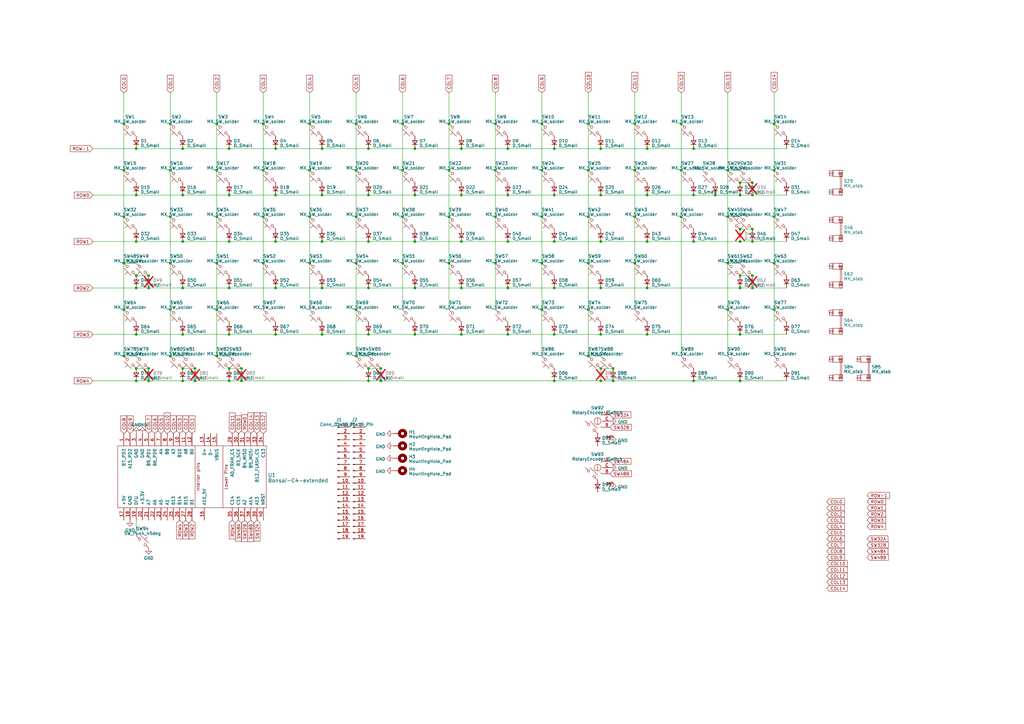
<source format=kicad_sch>
(kicad_sch (version 20230121) (generator eeschema)
  (paper "A3")
  (title_block (title "zensai75_UNI_i1") (rev "v1"))
  (junction (at 156.21 151.13))
  (junction (at 265.43 60.96))
  (junction (at 107.95 50.8))
  (junction (at 151.13 151.13))
  (junction (at 69.85 127))
  (junction (at 184.15 69.85))
  (junction (at 74.93 151.13))
  (junction (at 308.61 99.06))
  (junction (at 55.88 137.16))
  (junction (at 127 107.95))
  (junction (at 74.93 156.21))
  (junction (at 303.53 80.01))
  (junction (at 165.1 50.8))
  (junction (at 284.48 60.96))
  (junction (at 93.98 151.13))
  (junction (at 293.37 80.01))
  (junction (at 80.01 156.21))
  (junction (at 170.18 80.01))
  (junction (at 189.23 99.06))
  (junction (at 203.2 88.9))
  (junction (at 308.61 80.01))
  (junction (at 308.61 74.93))
  (junction (at 284.48 80.01))
  (junction (at 303.53 74.93))
  (junction (at 203.2 69.85))
  (junction (at 317.5 127))
  (junction (at 69.85 88.9))
  (junction (at 208.28 99.06))
  (junction (at 60.96 118.11))
  (junction (at 113.03 80.01))
  (junction (at 50.8 107.95))
  (junction (at 303.53 137.16))
  (junction (at 317.5 88.9))
  (junction (at 165.1 69.85))
  (junction (at 69.85 50.8))
  (junction (at 156.21 156.21))
  (junction (at 246.38 151.13))
  (junction (at 132.08 99.06))
  (junction (at 184.15 50.8))
  (junction (at 265.43 80.01))
  (junction (at 146.05 69.85))
  (junction (at 265.43 137.16))
  (junction (at 279.4 50.8))
  (junction (at 284.48 156.21))
  (junction (at 208.28 60.96))
  (junction (at 50.8 50.8))
  (junction (at 170.18 99.06))
  (junction (at 127 50.8))
  (junction (at 69.85 146.05))
  (junction (at 88.9 127))
  (junction (at 74.93 137.16))
  (junction (at 184.15 107.95))
  (junction (at 50.8 127))
  (junction (at 88.9 146.05))
  (junction (at 246.38 80.01))
  (junction (at 93.98 80.01))
  (junction (at 260.35 50.8))
  (junction (at 146.05 50.8))
  (junction (at 50.8 88.9))
  (junction (at 93.98 137.16))
  (junction (at 60.96 156.21))
  (junction (at 227.33 60.96))
  (junction (at 208.28 137.16))
  (junction (at 246.38 156.21))
  (junction (at 165.1 88.9))
  (junction (at 127 69.85))
  (junction (at 227.33 80.01))
  (junction (at 93.98 99.06))
  (junction (at 303.53 93.98))
  (junction (at 69.85 107.95))
  (junction (at 298.45 88.9))
  (junction (at 151.13 156.21))
  (junction (at 303.53 113.03))
  (junction (at 265.43 118.11))
  (junction (at 151.13 137.16))
  (junction (at 80.01 151.13))
  (junction (at 146.05 88.9))
  (junction (at 189.23 80.01))
  (junction (at 74.93 80.01))
  (junction (at 241.3 69.85))
  (junction (at 298.45 107.95))
  (junction (at 251.46 151.13))
  (junction (at 151.13 80.01))
  (junction (at 93.98 156.21))
  (junction (at 298.45 69.85))
  (junction (at 132.08 118.11))
  (junction (at 308.61 93.98))
  (junction (at 241.3 146.05))
  (junction (at 203.2 50.8))
  (junction (at 208.28 80.01))
  (junction (at 113.03 60.96))
  (junction (at 132.08 60.96))
  (junction (at 50.8 146.05))
  (junction (at 241.3 88.9))
  (junction (at 170.18 137.16))
  (junction (at 208.28 118.11))
  (junction (at 50.8 69.85))
  (junction (at 189.23 60.96))
  (junction (at 146.05 146.05))
  (junction (at 113.03 118.11))
  (junction (at 227.33 156.21))
  (junction (at 241.3 50.8))
  (junction (at 246.38 118.11))
  (junction (at 69.85 69.85))
  (junction (at 170.18 60.96))
  (junction (at 151.13 118.11))
  (junction (at 303.53 99.06))
  (junction (at 170.18 118.11))
  (junction (at 151.13 60.96))
  (junction (at 60.96 113.03))
  (junction (at 88.9 107.95))
  (junction (at 165.1 107.95))
  (junction (at 222.25 127))
  (junction (at 55.88 99.06))
  (junction (at 60.96 151.13))
  (junction (at 308.61 113.03))
  (junction (at 146.05 107.95))
  (junction (at 246.38 99.06))
  (junction (at 241.3 127))
  (junction (at 107.95 88.9))
  (junction (at 227.33 99.06))
  (junction (at 107.95 107.95))
  (junction (at 222.25 107.95))
  (junction (at 74.93 60.96))
  (junction (at 317.5 50.8))
  (junction (at 227.33 137.16))
  (junction (at 113.03 99.06))
  (junction (at 93.98 60.96))
  (junction (at 303.53 156.21))
  (junction (at 127 88.9))
  (junction (at 303.53 118.11))
  (junction (at 132.08 137.16))
  (junction (at 55.88 80.01))
  (junction (at 317.5 69.85))
  (junction (at 74.93 99.06))
  (junction (at 246.38 60.96))
  (junction (at 227.33 118.11))
  (junction (at 146.05 127))
  (junction (at 279.4 69.85))
  (junction (at 132.08 80.01))
  (junction (at 260.35 69.85))
  (junction (at 260.35 88.9))
  (junction (at 55.88 151.13))
  (junction (at 99.06 151.13))
  (junction (at 265.43 99.06))
  (junction (at 222.25 88.9))
  (junction (at 93.98 118.11))
  (junction (at 203.2 107.95))
  (junction (at 222.25 69.85))
  (junction (at 88.9 88.9))
  (junction (at 88.9 50.8))
  (junction (at 317.5 107.95))
  (junction (at 55.88 60.96))
  (junction (at 55.88 156.21))
  (junction (at 298.45 127))
  (junction (at 113.03 137.16))
  (junction (at 99.06 156.21))
  (junction (at 189.23 137.16))
  (junction (at 189.23 118.11))
  (junction (at 251.46 156.21))
  (junction (at 246.38 137.16))
  (junction (at 151.13 99.06))
  (junction (at 55.88 118.11))
  (junction (at 184.15 88.9))
  (junction (at 74.93 118.11))
  (junction (at 284.48 99.06))
  (junction (at 55.88 113.03))
  (junction (at 260.35 107.95))
  (junction (at 222.25 50.8))
  (junction (at 107.95 69.85))
  (junction (at 241.3 107.95))
  (junction (at 279.4 88.9))
  (junction (at 308.61 118.11))
  (junction (at 88.9 69.85))
  (wire (pts (xy 113.03 60.96) (xy 132.08 60.96)))
  (wire (pts (xy 74.93 99.06) (xy 93.98 99.06)))
  (wire (pts (xy 151.13 118.11) (xy 170.18 118.11)))
  (wire (pts (xy 265.43 137.16) (xy 303.53 137.16)))
  (wire (pts (xy 170.18 137.16) (xy 189.23 137.16)))
  (wire (pts (xy 260.35 38.1) (xy 260.35 50.8)))
  (wire (pts (xy 50.8 146.05) (xy 55.88 146.05)))
  (wire (pts (xy 308.61 99.06) (xy 322.58 99.06)))
  (wire (pts (xy 227.33 60.96) (xy 246.38 60.96)))
  (wire (pts (xy 55.88 60.96) (xy 74.93 60.96)))
  (wire (pts (xy 113.03 137.16) (xy 132.08 137.16)))
  (wire (pts (xy 55.88 137.16) (xy 74.93 137.16)))
  (wire (pts (xy 74.93 137.16) (xy 93.98 137.16)))
  (wire (pts (xy 151.13 156.21) (xy 156.21 156.21)))
  (wire (pts (xy 127 69.85) (xy 127 88.9)))
  (wire (pts (xy 69.85 38.1) (xy 69.85 50.8)))
  (wire (pts (xy 298.45 38.1) (xy 298.45 69.85)))
  (wire (pts (xy 38.1 137.16) (xy 55.88 137.16)))
  (wire (pts (xy 107.95 50.8) (xy 107.95 69.85)))
  (wire (pts (xy 265.43 118.11) (xy 303.53 118.11)))
  (wire (pts (xy 55.88 113.03) (xy 60.96 113.03)))
  (wire (pts (xy 151.13 80.01) (xy 170.18 80.01)))
  (wire (pts (xy 55.88 151.13) (xy 60.96 151.13)))
  (wire (pts (xy 298.45 88.9) (xy 303.53 88.9)))
  (wire (pts (xy 170.18 99.06) (xy 189.23 99.06)))
  (wire (pts (xy 170.18 60.96) (xy 189.23 60.96)))
  (wire (pts (xy 50.8 127) (xy 50.8 146.05)))
  (wire (pts (xy 317.5 69.85) (xy 317.5 88.9)))
  (wire (pts (xy 50.8 88.9) (xy 50.8 107.95)))
  (wire (pts (xy 308.61 80.01) (xy 322.58 80.01)))
  (wire (pts (xy 50.8 69.85) (xy 50.8 88.9)))
  (wire (pts (xy 55.88 156.21) (xy 60.96 156.21)))
  (wire (pts (xy 303.53 93.98) (xy 308.61 93.98)))
  (wire (pts (xy 55.88 80.01) (xy 74.93 80.01)))
  (wire (pts (xy 246.38 137.16) (xy 265.43 137.16)))
  (wire (pts (xy 298.45 88.9) (xy 298.45 107.95)))
  (wire (pts (xy 127 38.1) (xy 127 50.8)))
  (wire (pts (xy 222.25 88.9) (xy 222.25 107.95)))
  (wire (pts (xy 107.95 107.95) (xy 107.95 127)))
  (wire (pts (xy 69.85 146.05) (xy 74.93 146.05)))
  (wire (pts (xy 227.33 99.06) (xy 246.38 99.06)))
  (wire (pts (xy 146.05 38.1) (xy 146.05 50.8)))
  (wire (pts (xy 107.95 88.9) (xy 107.95 107.95)))
  (wire (pts (xy 260.35 107.95) (xy 260.35 127)))
  (wire (pts (xy 203.2 50.8) (xy 203.2 69.85)))
  (wire (pts (xy 284.48 60.96) (xy 322.58 60.96)))
  (wire (pts (xy 38.1 156.21) (xy 55.88 156.21)))
  (wire (pts (xy 69.85 127) (xy 69.85 146.05)))
  (wire (pts (xy 107.95 38.1) (xy 107.95 50.8)))
  (wire (pts (xy 80.01 156.21) (xy 93.98 156.21)))
  (wire (pts (xy 74.93 80.01) (xy 93.98 80.01)))
  (wire (pts (xy 69.85 88.9) (xy 69.85 107.95)))
  (wire (pts (xy 203.2 38.1) (xy 203.2 50.8)))
  (wire (pts (xy 208.28 80.01) (xy 227.33 80.01)))
  (wire (pts (xy 93.98 99.06) (xy 113.03 99.06)))
  (wire (pts (xy 38.1 118.11) (xy 55.88 118.11)))
  (wire (pts (xy 298.45 127) (xy 298.45 146.05)))
  (wire (pts (xy 132.08 80.01) (xy 151.13 80.01)))
  (wire (pts (xy 189.23 60.96) (xy 208.28 60.96)))
  (wire (pts (xy 189.23 80.01) (xy 208.28 80.01)))
  (wire (pts (xy 222.25 107.95) (xy 222.25 127)))
  (wire (pts (xy 241.3 50.8) (xy 241.3 69.85)))
  (wire (pts (xy 113.03 118.11) (xy 132.08 118.11)))
  (wire (pts (xy 241.3 69.85) (xy 241.3 88.9)))
  (wire (pts (xy 203.2 88.9) (xy 203.2 107.95)))
  (wire (pts (xy 284.48 99.06) (xy 303.53 99.06)))
  (wire (pts (xy 165.1 69.85) (xy 165.1 88.9)))
  (wire (pts (xy 88.9 107.95) (xy 88.9 127)))
  (wire (pts (xy 298.45 69.85) (xy 298.45 88.9)))
  (wire (pts (xy 203.2 69.85) (xy 203.2 88.9)))
  (wire (pts (xy 88.9 50.8) (xy 88.9 69.85)))
  (wire (pts (xy 260.35 69.85) (xy 260.35 88.9)))
  (wire (pts (xy 227.33 118.11) (xy 246.38 118.11)))
  (wire (pts (xy 88.9 69.85) (xy 88.9 88.9)))
  (wire (pts (xy 88.9 88.9) (xy 88.9 107.95)))
  (wire (pts (xy 93.98 60.96) (xy 113.03 60.96)))
  (wire (pts (xy 50.8 38.1) (xy 50.8 50.8)))
  (wire (pts (xy 50.8 50.8) (xy 50.8 69.85)))
  (wire (pts (xy 265.43 80.01) (xy 284.48 80.01)))
  (wire (pts (xy 189.23 137.16) (xy 208.28 137.16)))
  (wire (pts (xy 151.13 137.16) (xy 170.18 137.16)))
  (wire (pts (xy 170.18 118.11) (xy 189.23 118.11)))
  (wire (pts (xy 279.4 69.85) (xy 279.4 88.9)))
  (wire (pts (xy 241.3 127) (xy 241.3 146.05)))
  (wire (pts (xy 165.1 88.9) (xy 165.1 107.95)))
  (wire (pts (xy 93.98 156.21) (xy 99.06 156.21)))
  (wire (pts (xy 227.33 80.01) (xy 246.38 80.01)))
  (wire (pts (xy 260.35 88.9) (xy 260.35 107.95)))
  (wire (pts (xy 88.9 38.1) (xy 88.9 50.8)))
  (wire (pts (xy 298.45 69.85) (xy 303.53 69.85)))
  (wire (pts (xy 246.38 118.11) (xy 265.43 118.11)))
  (wire (pts (xy 127 50.8) (xy 127 69.85)))
  (wire (pts (xy 69.85 107.95) (xy 69.85 127)))
  (wire (pts (xy 298.45 107.95) (xy 303.53 107.95)))
  (wire (pts (xy 184.15 50.8) (xy 184.15 69.85)))
  (wire (pts (xy 156.21 156.21) (xy 227.33 156.21)))
  (wire (pts (xy 241.3 38.1) (xy 241.3 50.8)))
  (wire (pts (xy 279.4 50.8) (xy 279.4 69.85)))
  (wire (pts (xy 208.28 118.11) (xy 227.33 118.11)))
  (wire (pts (xy 279.4 38.1) (xy 279.4 50.8)))
  (wire (pts (xy 69.85 69.85) (xy 69.85 88.9)))
  (wire (pts (xy 55.88 118.11) (xy 60.96 118.11)))
  (wire (pts (xy 246.38 156.21) (xy 251.46 156.21)))
  (wire (pts (xy 284.48 156.21) (xy 303.53 156.21)))
  (wire (pts (xy 279.4 88.9) (xy 279.4 146.05)))
  (wire (pts (xy 55.88 213.36) (xy 55.88 219.71)))
  (wire (pts (xy 93.98 80.01) (xy 113.03 80.01)))
  (wire (pts (xy 303.53 118.11) (xy 308.61 118.11)))
  (wire (pts (xy 74.93 60.96) (xy 93.98 60.96)))
  (wire (pts (xy 38.1 80.01) (xy 55.88 80.01)))
  (wire (pts (xy 74.93 118.11) (xy 93.98 118.11)))
  (wire (pts (xy 151.13 151.13) (xy 156.21 151.13)))
  (wire (pts (xy 146.05 69.85) (xy 146.05 88.9)))
  (wire (pts (xy 50.8 107.95) (xy 50.8 127)))
  (wire (pts (xy 93.98 137.16) (xy 113.03 137.16)))
  (wire (pts (xy 189.23 99.06) (xy 208.28 99.06)))
  (wire (pts (xy 208.28 60.96) (xy 227.33 60.96)))
  (wire (pts (xy 60.96 156.21) (xy 74.93 156.21)))
  (wire (pts (xy 184.15 69.85) (xy 184.15 88.9)))
  (wire (pts (xy 222.25 127) (xy 222.25 146.05)))
  (wire (pts (xy 241.3 107.95) (xy 241.3 127)))
  (wire (pts (xy 50.8 107.95) (xy 55.88 107.95)))
  (wire (pts (xy 251.46 156.21) (xy 284.48 156.21)))
  (wire (pts (xy 132.08 60.96) (xy 151.13 60.96)))
  (wire (pts (xy 38.1 99.06) (xy 55.88 99.06)))
  (wire (pts (xy 132.08 137.16) (xy 151.13 137.16)))
  (wire (pts (xy 246.38 151.13) (xy 251.46 151.13)))
  (wire (pts (xy 165.1 107.95) (xy 165.1 127)))
  (wire (pts (xy 146.05 50.8) (xy 146.05 69.85)))
  (wire (pts (xy 146.05 107.95) (xy 146.05 127)))
  (wire (pts (xy 55.88 99.06) (xy 74.93 99.06)))
  (wire (pts (xy 303.53 99.06) (xy 308.61 99.06)))
  (wire (pts (xy 227.33 137.16) (xy 246.38 137.16)))
  (wire (pts (xy 303.53 137.16) (xy 322.58 137.16)))
  (wire (pts (xy 317.5 50.8) (xy 317.5 69.85)))
  (wire (pts (xy 222.25 38.1) (xy 222.25 50.8)))
  (wire (pts (xy 165.1 38.1) (xy 165.1 50.8)))
  (wire (pts (xy 99.06 156.21) (xy 151.13 156.21)))
  (wire (pts (xy 246.38 60.96) (xy 265.43 60.96)))
  (wire (pts (xy 293.37 80.01) (xy 303.53 80.01)))
  (wire (pts (xy 146.05 146.05) (xy 151.13 146.05)))
  (wire (pts (xy 184.15 107.95) (xy 184.15 127)))
  (wire (pts (xy 93.98 118.11) (xy 113.03 118.11)))
  (wire (pts (xy 127 107.95) (xy 127 127)))
  (wire (pts (xy 246.38 80.01) (xy 265.43 80.01)))
  (wire (pts (xy 303.53 113.03) (xy 308.61 113.03)))
  (wire (pts (xy 38.1 60.96) (xy 55.88 60.96)))
  (wire (pts (xy 303.53 80.01) (xy 308.61 80.01)))
  (wire (pts (xy 222.25 50.8) (xy 222.25 69.85)))
  (wire (pts (xy 170.18 80.01) (xy 189.23 80.01)))
  (wire (pts (xy 127 88.9) (xy 127 107.95)))
  (wire (pts (xy 260.35 50.8) (xy 260.35 69.85)))
  (wire (pts (xy 246.38 99.06) (xy 265.43 99.06)))
  (wire (pts (xy 227.33 156.21) (xy 246.38 156.21)))
  (wire (pts (xy 107.95 69.85) (xy 107.95 88.9)))
  (wire (pts (xy 184.15 38.1) (xy 184.15 50.8)))
  (wire (pts (xy 203.2 107.95) (xy 203.2 127)))
  (wire (pts (xy 93.98 151.13) (xy 99.06 151.13)))
  (wire (pts (xy 303.53 156.21) (xy 322.58 156.21)))
  (wire (pts (xy 132.08 118.11) (xy 151.13 118.11)))
  (wire (pts (xy 60.96 118.11) (xy 74.93 118.11)))
  (wire (pts (xy 69.85 50.8) (xy 69.85 69.85)))
  (wire (pts (xy 113.03 80.01) (xy 132.08 80.01)))
  (wire (pts (xy 113.03 99.06) (xy 132.08 99.06)))
  (wire (pts (xy 88.9 146.05) (xy 93.98 146.05)))
  (wire (pts (xy 132.08 99.06) (xy 151.13 99.06)))
  (wire (pts (xy 317.5 38.1) (xy 317.5 50.8)))
  (wire (pts (xy 317.5 88.9) (xy 317.5 107.95)))
  (wire (pts (xy 222.25 69.85) (xy 222.25 88.9)))
  (wire (pts (xy 165.1 50.8) (xy 165.1 69.85)))
  (wire (pts (xy 146.05 127) (xy 146.05 146.05)))
  (wire (pts (xy 241.3 88.9) (xy 241.3 107.95)))
  (wire (pts (xy 74.93 151.13) (xy 80.01 151.13)))
  (wire (pts (xy 317.5 127) (xy 317.5 146.05)))
  (wire (pts (xy 151.13 99.06) (xy 170.18 99.06)))
  (wire (pts (xy 74.93 156.21) (xy 80.01 156.21)))
  (wire (pts (xy 184.15 88.9) (xy 184.15 107.95)))
  (wire (pts (xy 317.5 107.95) (xy 317.5 127)))
  (wire (pts (xy 208.28 137.16) (xy 227.33 137.16)))
  (wire (pts (xy 151.13 60.96) (xy 170.18 60.96)))
  (wire (pts (xy 303.53 74.93) (xy 308.61 74.93)))
  (wire (pts (xy 146.05 88.9) (xy 146.05 107.95)))
  (wire (pts (xy 265.43 60.96) (xy 284.48 60.96)))
  (wire (pts (xy 241.3 146.05) (xy 246.38 146.05)))
  (wire (pts (xy 189.23 118.11) (xy 208.28 118.11)))
  (wire (pts (xy 284.48 80.01) (xy 293.37 80.01)))
  (wire (pts (xy 208.28 99.06) (xy 227.33 99.06)))
  (wire (pts (xy 298.45 107.95) (xy 298.45 127)))
  (wire (pts (xy 88.9 127) (xy 88.9 146.05)))
  (wire (pts (xy 265.43 99.06) (xy 284.48 99.06)))
  (wire (pts (xy 308.61 118.11) (xy 322.58 118.11)))
  (global_label "ROW0" (shape input) (at 100.33 177.8 90) (property "Intersheetrefs" "${INTERSHEET_REFS}" (effects hide)))
  (global_label "ROW-1" (shape input) (at 355.6 203.2 0) (property "Intersheetrefs" "${INTERSHEET_REFS}" (effects hide)))
  (global_label "COL12" (shape input) (at 339.09 236.22 0) (property "Intersheetrefs" "${INTERSHEET_REFS}" (effects hide)))
  (global_label "SW32A" (shape input) (at 105.41 213.36 270) (property "Intersheetrefs" "${INTERSHEET_REFS}" (effects hide)))
  (global_label "ROW-1" (shape input) (at 38.1 60.96 180) (property "Intersheetrefs" "${INTERSHEET_REFS}" (effects hide)))
  (global_label "COL2" (shape input) (at 76.2 177.8 90) (property "Intersheetrefs" "${INTERSHEET_REFS}" (effects hide)))
  (global_label "SW32B" (shape input) (at 250.19 175.26 0) (property "Intersheetrefs" "${INTERSHEET_REFS}" (effects hide)))
  (global_label "COL7" (shape input) (at 60.96 177.8 90) (property "Intersheetrefs" "${INTERSHEET_REFS}" (effects hide)))
  (global_label "SW48A" (shape input) (at 97.79 213.36 270) (property "Intersheetrefs" "${INTERSHEET_REFS}" (effects hide)))
  (global_label "COL4" (shape input) (at 127 38.1 90) (property "Intersheetrefs" "${INTERSHEET_REFS}" (effects hide)))
  (global_label "COL5" (shape input) (at 146.05 38.1 90) (property "Intersheetrefs" "${INTERSHEET_REFS}" (effects hide)))
  (global_label "COL11" (shape input) (at 260.35 38.1 90) (property "Intersheetrefs" "${INTERSHEET_REFS}" (effects hide)))
  (global_label "ROW3" (shape input) (at 355.6 213.36 0) (property "Intersheetrefs" "${INTERSHEET_REFS}" (effects hide)))
  (global_label "COL1" (shape input) (at 69.85 38.1 90) (property "Intersheetrefs" "${INTERSHEET_REFS}" (effects hide)))
  (global_label "COL11" (shape input) (at 95.25 177.8 90) (property "Intersheetrefs" "${INTERSHEET_REFS}" (effects hide)))
  (global_label "ROW2" (shape input) (at 355.6 210.82 0) (property "Intersheetrefs" "${INTERSHEET_REFS}" (effects hide)))
  (global_label "ROW3" (shape input) (at 76.2 213.36 270) (property "Intersheetrefs" "${INTERSHEET_REFS}" (effects hide)))
  (global_label "COL0" (shape input) (at 97.79 177.8 90) (property "Intersheetrefs" "${INTERSHEET_REFS}" (effects hide)))
  (global_label "COL8" (shape input) (at 50.8 177.8 90) (property "Intersheetrefs" "${INTERSHEET_REFS}" (effects hide)))
  (global_label "COL8" (shape input) (at 339.09 226.06 0) (property "Intersheetrefs" "${INTERSHEET_REFS}" (effects hide)))
  (global_label "COL8" (shape input) (at 203.2 38.1 90) (property "Intersheetrefs" "${INTERSHEET_REFS}" (effects hide)))
  (global_label "COL12" (shape input) (at 279.4 38.1 90) (property "Intersheetrefs" "${INTERSHEET_REFS}" (effects hide)))
  (global_label "SW32B" (shape input) (at 355.6 223.52 0) (property "Intersheetrefs" "${INTERSHEET_REFS}" (effects hide)))
  (global_label "COL10" (shape input) (at 68.58 177.8 90) (property "Intersheetrefs" "${INTERSHEET_REFS}" (effects hide)))
  (global_label "COL0" (shape input) (at 339.09 205.74 0) (property "Intersheetrefs" "${INTERSHEET_REFS}" (effects hide)))
  (global_label "SW48B" (shape input) (at 355.6 228.6 0) (property "Intersheetrefs" "${INTERSHEET_REFS}" (effects hide)))
  (global_label "COL7" (shape input) (at 339.09 223.52 0) (property "Intersheetrefs" "${INTERSHEET_REFS}" (effects hide)))
  (global_label "COL5" (shape input) (at 339.09 218.44 0) (property "Intersheetrefs" "${INTERSHEET_REFS}" (effects hide)))
  (global_label "COL5" (shape input) (at 66.04 177.8 90) (property "Intersheetrefs" "${INTERSHEET_REFS}" (effects hide)))
  (global_label "COL1" (shape input) (at 78.74 177.8 90) (property "Intersheetrefs" "${INTERSHEET_REFS}" (effects hide)))
  (global_label "SW32A" (shape input) (at 250.19 170.18 0) (property "Intersheetrefs" "${INTERSHEET_REFS}" (effects hide)))
  (global_label "COL9" (shape input) (at 339.09 228.6 0) (property "Intersheetrefs" "${INTERSHEET_REFS}" (effects hide)))
  (global_label "ROW3" (shape input) (at 38.1 137.16 180) (property "Intersheetrefs" "${INTERSHEET_REFS}" (effects hide)))
  (global_label "COL4" (shape input) (at 71.12 177.8 90) (property "Intersheetrefs" "${INTERSHEET_REFS}" (effects hide)))
  (global_label "ROW2" (shape input) (at 38.1 118.11 180) (property "Intersheetrefs" "${INTERSHEET_REFS}" (effects hide)))
  (global_label "ROW0" (shape input) (at 355.6 205.74 0) (property "Intersheetrefs" "${INTERSHEET_REFS}" (effects hide)))
  (global_label "COL2" (shape input) (at 88.9 38.1 90) (property "Intersheetrefs" "${INTERSHEET_REFS}" (effects hide)))
  (global_label "COL6" (shape input) (at 165.1 38.1 90) (property "Intersheetrefs" "${INTERSHEET_REFS}" (effects hide)))
  (global_label "COL13" (shape input) (at 105.41 177.8 90) (property "Intersheetrefs" "${INTERSHEET_REFS}" (effects hide)))
  (global_label "COL6" (shape input) (at 63.5 177.8 90) (property "Intersheetrefs" "${INTERSHEET_REFS}" (effects hide)))
  (global_label "COL14" (shape input) (at 317.5 38.1 90) (property "Intersheetrefs" "${INTERSHEET_REFS}" (effects hide)))
  (global_label "COL4" (shape input) (at 339.09 215.9 0) (property "Intersheetrefs" "${INTERSHEET_REFS}" (effects hide)))
  (global_label "ROW1" (shape input) (at 95.25 213.36 270) (property "Intersheetrefs" "${INTERSHEET_REFS}" (effects hide)))
  (global_label "SW48A" (shape input) (at 355.6 226.06 0) (property "Intersheetrefs" "${INTERSHEET_REFS}" (effects hide)))
  (global_label "COL10" (shape input) (at 241.3 38.1 90) (property "Intersheetrefs" "${INTERSHEET_REFS}" (effects hide)))
  (global_label "COL2" (shape input) (at 339.09 210.82 0) (property "Intersheetrefs" "${INTERSHEET_REFS}" (effects hide)))
  (global_label "COL0" (shape input) (at 50.8 38.1 90) (property "Intersheetrefs" "${INTERSHEET_REFS}" (effects hide)))
  (global_label "COL13" (shape input) (at 298.45 38.1 90) (property "Intersheetrefs" "${INTERSHEET_REFS}" (effects hide)))
  (global_label "COL9" (shape input) (at 222.25 38.1 90) (property "Intersheetrefs" "${INTERSHEET_REFS}" (effects hide)))
  (global_label "COL10" (shape input) (at 339.09 231.14 0) (property "Intersheetrefs" "${INTERSHEET_REFS}" (effects hide)))
  (global_label "SW48B" (shape input) (at 250.19 194.31 0) (property "Intersheetrefs" "${INTERSHEET_REFS}" (effects hide)))
  (global_label "COL7" (shape input) (at 184.15 38.1 90) (property "Intersheetrefs" "${INTERSHEET_REFS}" (effects hide)))
  (global_label "SW32A" (shape input) (at 355.6 220.98 0) (property "Intersheetrefs" "${INTERSHEET_REFS}" (effects hide)))
  (global_label "ROW4" (shape input) (at 38.1 156.21 180) (property "Intersheetrefs" "${INTERSHEET_REFS}" (effects hide)))
  (global_label "ROW1" (shape input) (at 355.6 208.28 0) (property "Intersheetrefs" "${INTERSHEET_REFS}" (effects hide)))
  (global_label "COL14" (shape input) (at 339.09 241.3 0) (property "Intersheetrefs" "${INTERSHEET_REFS}" (effects hide)))
  (global_label "COL3" (shape input) (at 339.09 213.36 0) (property "Intersheetrefs" "${INTERSHEET_REFS}" (effects hide)))
  (global_label "COL1" (shape input) (at 339.09 208.28 0) (property "Intersheetrefs" "${INTERSHEET_REFS}" (effects hide)))
  (global_label "COL12" (shape input) (at 107.95 177.8 90) (property "Intersheetrefs" "${INTERSHEET_REFS}" (effects hide)))
  (global_label "SW48A" (shape input) (at 250.19 189.23 0) (property "Intersheetrefs" "${INTERSHEET_REFS}" (effects hide)))
  (global_label "COL6" (shape input) (at 339.09 220.98 0) (property "Intersheetrefs" "${INTERSHEET_REFS}" (effects hide)))
  (global_label "ROW1" (shape input) (at 38.1 99.06 180) (property "Intersheetrefs" "${INTERSHEET_REFS}" (effects hide)))
  (global_label "COL14" (shape input) (at 102.87 177.8 90) (property "Intersheetrefs" "${INTERSHEET_REFS}" (effects hide)))
  (global_label "ROW2" (shape input) (at 78.74 213.36 270) (property "Intersheetrefs" "${INTERSHEET_REFS}" (effects hide)))
  (global_label "SW32B" (shape input) (at 100.33 213.36 270) (property "Intersheetrefs" "${INTERSHEET_REFS}" (effects hide)))
  (global_label "ROW4" (shape input) (at 355.6 215.9 0) (property "Intersheetrefs" "${INTERSHEET_REFS}" (effects hide)))
  (global_label "COL13" (shape input) (at 339.09 238.76 0) (property "Intersheetrefs" "${INTERSHEET_REFS}" (effects hide)))
  (global_label "COL3" (shape input) (at 107.95 38.1 90) (property "Intersheetrefs" "${INTERSHEET_REFS}" (effects hide)))
  (global_label "COL9" (shape input) (at 53.34 177.8 90) (property "Intersheetrefs" "${INTERSHEET_REFS}" (effects hide)))
  (global_label "COL11" (shape input) (at 339.09 233.68 0) (property "Intersheetrefs" "${INTERSHEET_REFS}" (effects hide)))
  (global_label "ROW4" (shape input) (at 73.66 213.36 270) (property "Intersheetrefs" "${INTERSHEET_REFS}" (effects hide)))
  (global_label "SW48B" (shape input) (at 102.87 213.36 270) (property "Intersheetrefs" "${INTERSHEET_REFS}" (effects hide)))
  (global_label "ROW0" (shape input) (at 38.1 80.01 180) (property "Intersheetrefs" "${INTERSHEET_REFS}" (effects hide)))
  (global_label "COL3" (shape input) (at 73.66 177.8 90) (property "Intersheetrefs" "${INTERSHEET_REFS}" (effects hide)))
  (symbol (lib_id "marbastlib-mx:MX_SW_solder") (at 262.89 72.39 180) (unit 1)
    (property "Reference" "SW26" (at 262.89 66.9671 0))
    (property "Value" "MX_SW_solder" (at 262.89 68.8881 0))
    (property "Footprint" "marbastlib-mx:SW_MX_1u" (effects hide))
  )
  (symbol (lib_id "marbastlib-mx:MX_SW_solder") (at 186.69 72.39 180) (unit 1)
    (property "Reference" "SW22" (at 186.69 66.9671 0))
    (property "Value" "MX_SW_solder" (at 186.69 68.8881 0))
    (property "Footprint" "marbastlib-mx:SW_MX_1u" (effects hide))
  )
  (symbol (lib_id "marbastlib-mx:MX_stab") (at 342.9 93.98 90) (unit 1)
    (property "Reference" "S46" (at 346.075 93.3363 90) (effects (justify right)))
    (property "Value" "MX_stab" (at 346.075 95.2573 90) (effects (justify right)))
    (property "Footprint" "marbastlib-mx:STAB_MX_P_2u" (effects hide))
  )
  (symbol (lib_id "marbastlib-mx:MX_SW_solder") (at 300.99 148.59 180) (unit 1)
    (property "Reference" "SW90" (at 300.99 143.1671 0))
    (property "Value" "MX_SW_solder" (at 300.99 145.0881 0))
    (property "Footprint" "marbastlib-mx:SW_MX_1u" (effects hide))
  )
  (symbol (lib_id "Mechanical:MountingHole_Pad") (at 163.83 187.96 270) (unit 1)
    (property "Reference" "H3" (at 167.64 187.3163 90) (effects (justify left)))
    (property "Value" "MountingHole_Pad" (at 167.64 189.2373 90) (effects (justify left)))
    (property "Footprint" "MountingHole:MountingHole_2.2mm_M2_Pad" (effects hide))
  )
  (symbol (lib_id "marbastlib-mx:MX_SW_solder") (at 290.83 72.39 180) (unit 1)
    (property "Reference" "SW28" (at 290.83 66.9671 0))
    (property "Value" "MX_SW_solder" (at 290.83 68.8881 0))
    (property "Footprint" "marbastlib-mx:SW_MX_1u" (effects hide))
  )
  (symbol (lib_id "Device:D_Small") (at 151.13 153.67 90) (unit 1)
    (property "Reference" "D84" (at 152.908 153.0263 90) (effects (justify right)))
    (property "Value" "D_Small" (at 152.908 154.9473 90) (effects (justify right)))
    (property "Footprint" "shoonies_parts:D_SOD-123_CLEAN" (effects hide))
    (property "Sim.Device" "D" (effects hide))
    (property "Sim.Pins" "1=K 2=A" (effects hide))
  )
  (symbol (lib_id "Device:D_Small") (at 74.93 58.42 90) (unit 1)
    (property "Reference" "D2" (at 76.708 57.7763 90) (effects (justify right)))
    (property "Value" "D_Small" (at 76.708 59.6973 90) (effects (justify right)))
    (property "Footprint" "shoonies_parts:D_SOD-123_CLEAN" (effects hide))
    (property "Sim.Device" "D" (effects hide))
    (property "Sim.Pins" "1=K 2=A" (effects hide))
  )
  (symbol (lib_id "Device:D_Small") (at 322.58 153.67 90) (unit 1)
    (property "Reference" "D91" (at 324.358 153.0263 90) (effects (justify right)))
    (property "Value" "D_Small" (at 324.358 154.9473 90) (effects (justify right)))
    (property "Footprint" "shoonies_parts:D_SOD-123_CLEAN" (effects hide))
    (property "Sim.Device" "D" (effects hide))
    (property "Sim.Pins" "1=K 2=A" (effects hide))
  )
  (symbol (lib_id "Device:D_Small") (at 189.23 77.47 90) (unit 1)
    (property "Reference" "D22" (at 191.008 76.8263 90) (effects (justify right)))
    (property "Value" "D_Small" (at 191.008 78.7473 90) (effects (justify right)))
    (property "Footprint" "shoonies_parts:D_SOD-123_CLEAN" (effects hide))
    (property "Sim.Device" "D" (effects hide))
    (property "Sim.Pins" "1=K 2=A" (effects hide))
  )
  (symbol (lib_id "Device:D_Small") (at 265.43 58.42 90) (unit 1)
    (property "Reference" "D12" (at 267.208 57.7763 90) (effects (justify right)))
    (property "Value" "D_Small" (at 267.208 59.6973 90) (effects (justify right)))
    (property "Footprint" "shoonies_parts:D_SOD-123_CLEAN" (effects hide))
    (property "Sim.Device" "D" (effects hide))
    (property "Sim.Pins" "1=K 2=A" (effects hide))
  )
  (symbol (lib_id "power:GND") (at 161.29 177.8 270) (unit 1)
    (property "Reference" "#PWR09" (effects hide))
    (property "Value" "GND" (at 158.1151 178.1168 90) (effects (justify right)))
  )
  (symbol (lib_id "Device:D_Small") (at 74.93 96.52 90) (unit 1)
    (property "Reference" "D33" (at 76.708 95.8763 90) (effects (justify right)))
    (property "Value" "D_Small" (at 76.708 97.7973 90) (effects (justify right)))
    (property "Footprint" "shoonies_parts:D_SOD-123_CLEAN" (effects hide))
    (property "Sim.Device" "D" (effects hide))
    (property "Sim.Pins" "1=K 2=A" (effects hide))
  )
  (symbol (lib_id "Device:D_Small") (at 293.37 77.47 90) (unit 1)
    (property "Reference" "D28" (at 295.148 76.8263 90) (effects (justify right)))
    (property "Value" "D_Small" (at 295.148 78.7473 90) (effects (justify right)))
    (property "Footprint" "shoonies_parts:D_SOD-123_CLEAN" (effects hide))
    (property "Sim.Device" "D" (effects hide))
    (property "Sim.Pins" "1=K 2=A" (effects hide))
  )
  (symbol (lib_id "marbastlib-mx:MX_stab") (at 342.9 113.03 90) (unit 1)
    (property "Reference" "S62" (at 346.075 112.3863 90) (effects (justify right)))
    (property "Value" "MX_stab" (at 346.075 114.3073 90) (effects (justify right)))
    (property "Footprint" "marbastlib-mx:STAB_MX_P_2u" (effects hide))
  )
  (symbol (lib_id "marbastlib-mx:MX_SW_solder") (at 53.34 148.59 180) (unit 1)
    (property "Reference" "SW78" (at 53.34 143.1671 0))
    (property "Value" "MX_SW_solder" (at 53.34 145.0881 0))
    (property "Footprint" "marbastlib-mx:SW_MX_1u" (effects hide))
  )
  (symbol (lib_id "Device:D_Small") (at 246.38 77.47 90) (unit 1)
    (property "Reference" "D25" (at 248.158 76.8263 90) (effects (justify right)))
    (property "Value" "D_Small" (at 248.158 78.7473 90) (effects (justify right)))
    (property "Footprint" "shoonies_parts:D_SOD-123_CLEAN" (effects hide))
    (property "Sim.Device" "D" (effects hide))
    (property "Sim.Pins" "1=K 2=A" (effects hide))
  )
  (symbol (lib_id "marbastlib-mx:MX_SW_solder") (at 224.79 110.49 180) (unit 1)
    (property "Reference" "SW58" (at 224.79 105.0671 0))
    (property "Value" "MX_SW_solder" (at 224.79 106.9881 0))
    (property "Footprint" "marbastlib-mx:SW_MX_1u" (effects hide))
  )
  (symbol (lib_id "marbastlib-mx:MX_SW_solder") (at 91.44 110.49 180) (unit 1)
    (property "Reference" "SW51" (at 91.44 105.0671 0))
    (property "Value" "MX_SW_solder" (at 91.44 106.9881 0))
    (property "Footprint" "marbastlib-mx:SW_MX_1u" (effects hide))
  )
  (symbol (lib_id "Device:D_Small") (at 189.23 115.57 90) (unit 1)
    (property "Reference" "D56" (at 191.008 114.9263 90) (effects (justify right)))
    (property "Value" "D_Small" (at 191.008 116.8473 90) (effects (justify right)))
    (property "Footprint" "shoonies_parts:D_SOD-123_CLEAN" (effects hide))
    (property "Sim.Device" "D" (effects hide))
    (property "Sim.Pins" "1=K 2=A" (effects hide))
  )
  (symbol (lib_id "marbastlib-mx:MX_SW_solder") (at 91.44 53.34 180) (unit 1)
    (property "Reference" "SW3" (at 91.44 47.9171 0))
    (property "Value" "MX_SW_solder" (at 91.44 49.8381 0))
    (property "Footprint" "marbastlib-mx:SW_MX_1u" (effects hide))
  )
  (symbol (lib_id "marbastlib-mx:MX_SW_solder") (at 129.54 53.34 180) (unit 1)
    (property "Reference" "SW5" (at 129.54 47.9171 0))
    (property "Value" "MX_SW_solder" (at 129.54 49.8381 0))
    (property "Footprint" "marbastlib-mx:SW_MX_1u" (effects hide))
  )
  (symbol (lib_id "Device:D_Small") (at 265.43 96.52 90) (unit 1)
    (property "Reference" "D43" (at 267.208 95.8763 90) (effects (justify right)))
    (property "Value" "D_Small" (at 267.208 97.7973 90) (effects (justify right)))
    (property "Footprint" "shoonies_parts:D_SOD-123_CLEAN" (effects hide))
    (property "Sim.Device" "D" (effects hide))
    (property "Sim.Pins" "1=K 2=A" (effects hide))
  )
  (symbol (lib_id "marbastlib-mx:MX_SW_solder") (at 167.64 53.34 180) (unit 1)
    (property "Reference" "SW7" (at 167.64 47.9171 0))
    (property "Value" "MX_SW_solder" (at 167.64 49.8381 0))
    (property "Footprint" "marbastlib-mx:SW_MX_1u" (effects hide))
  )
  (symbol (lib_id "marbastlib-mx:MX_SW_solder") (at 153.67 148.59 180) (unit 1)
    (property "Reference" "SW85" (at 153.67 143.1671 0))
    (property "Value" "MX_SW_solder" (at 153.67 145.0881 0))
    (property "Footprint" "marbastlib-mx:SW_MX_1u" (effects hide))
  )
  (symbol (lib_id "power:GND") (at 161.29 193.04 270) (unit 1)
    (property "Reference" "#PWR012" (effects hide))
    (property "Value" "GND" (at 158.1151 193.3568 90) (effects (justify right)))
  )
  (symbol (lib_id "Mechanical:MountingHole_Pad") (at 163.83 182.88 270) (unit 1)
    (property "Reference" "H2" (at 167.64 182.2363 90) (effects (justify left)))
    (property "Value" "MountingHole_Pad" (at 167.64 184.1573 90) (effects (justify left)))
    (property "Footprint" "MountingHole:MountingHole_2.2mm_M2_Pad" (effects hide))
  )
  (symbol (lib_id "marbastlib-mx:MX_SW_solder") (at 248.92 148.59 180) (unit 1)
    (property "Reference" "SW88" (at 248.92 143.1671 0))
    (property "Value" "MX_SW_solder" (at 248.92 145.0881 0))
    (property "Footprint" "marbastlib-mx:SW_MX_1u" (effects hide))
  )
  (symbol (lib_id "Device:D_Small") (at 227.33 58.42 90) (unit 1)
    (property "Reference" "D10" (at 229.108 57.7763 90) (effects (justify right)))
    (property "Value" "D_Small" (at 229.108 59.6973 90) (effects (justify right)))
    (property "Footprint" "shoonies_parts:D_SOD-123_CLEAN" (effects hide))
    (property "Sim.Device" "D" (effects hide))
    (property "Sim.Pins" "1=K 2=A" (effects hide))
  )
  (symbol (lib_id "Device:D_Small") (at 284.48 153.67 90) (unit 1)
    (property "Reference" "D89" (at 286.258 153.0263 90) (effects (justify right)))
    (property "Value" "D_Small" (at 286.258 154.9473 90) (effects (justify right)))
    (property "Footprint" "shoonies_parts:D_SOD-123_CLEAN" (effects hide))
    (property "Sim.Device" "D" (effects hide))
    (property "Sim.Pins" "1=K 2=A" (effects hide))
  )
  (symbol (lib_id "marbastlib-mx:MX_SW_solder") (at 186.69 129.54 180) (unit 1)
    (property "Reference" "SW71" (at 186.69 124.1171 0))
    (property "Value" "MX_SW_solder" (at 186.69 126.0381 0))
    (property "Footprint" "marbastlib-mx:SW_MX_1u" (effects hide))
  )
  (symbol (lib_id "Device:D_Small") (at 246.38 153.67 90) (unit 1) (in_bom no) (on_board no) (dnp yes)
    (property "Reference" "D87" (at 248.158 153.0263 90) (effects (justify right)))
    (property "Value" "D_Small" (at 248.158 154.9473 90) (effects (justify right)))
    (property "Footprint" "shoonies_parts:D_SOD-123_CLEAN" (effects hide))
    (property "Sim.Device" "D" (effects hide))
    (property "Sim.Pins" "1=K 2=A" (effects hide))
  )
  (symbol (lib_id "Device:D_Small") (at 113.03 58.42 90) (unit 1)
    (property "Reference" "D4" (at 114.808 57.7763 90) (effects (justify right)))
    (property "Value" "D_Small" (at 114.808 59.6973 90) (effects (justify right)))
    (property "Footprint" "shoonies_parts:D_SOD-123_CLEAN" (effects hide))
    (property "Sim.Device" "D" (effects hide))
    (property "Sim.Pins" "1=K 2=A" (effects hide))
  )
  (symbol (lib_id "Device:D_Small") (at 322.58 134.62 90) (unit 1)
    (property "Reference" "D77" (at 324.358 133.9763 90) (effects (justify right)))
    (property "Value" "D_Small" (at 324.358 135.8973 90) (effects (justify right)))
    (property "Footprint" "shoonies_parts:D_SOD-123_CLEAN" (effects hide))
    (property "Sim.Device" "D" (effects hide))
    (property "Sim.Pins" "1=K 2=A" (effects hide))
  )
  (symbol (lib_id "marbastlib-mx:MX_SW_solder") (at 110.49 91.44 180) (unit 1)
    (property "Reference" "SW35" (at 110.49 86.0171 0))
    (property "Value" "MX_SW_solder" (at 110.49 87.9381 0))
    (property "Footprint" "marbastlib-mx:SW_MX_1u" (effects hide))
  )
  (symbol (lib_id "marbastlib-mx:MX_SW_solder") (at 129.54 91.44 180) (unit 1)
    (property "Reference" "SW36" (at 129.54 86.0171 0))
    (property "Value" "MX_SW_solder" (at 129.54 87.9381 0))
    (property "Footprint" "marbastlib-mx:SW_MX_1u" (effects hide))
  )
  (symbol (lib_id "Device:D_Small") (at 208.28 96.52 90) (unit 1)
    (property "Reference" "D40" (at 210.058 95.8763 90) (effects (justify right)))
    (property "Value" "D_Small" (at 210.058 97.7973 90) (effects (justify right)))
    (property "Footprint" "shoonies_parts:D_SOD-123_CLEAN" (effects hide))
    (property "Sim.Device" "D" (effects hide))
    (property "Sim.Pins" "1=K 2=A" (effects hide))
  )
  (symbol (lib_id "Device:D_Small") (at 132.08 96.52 90) (unit 1)
    (property "Reference" "D36" (at 133.858 95.8763 90) (effects (justify right)))
    (property "Value" "D_Small" (at 133.858 97.7973 90) (effects (justify right)))
    (property "Footprint" "shoonies_parts:D_SOD-123_CLEAN" (effects hide))
    (property "Sim.Device" "D" (effects hide))
    (property "Sim.Pins" "1=K 2=A" (effects hide))
  )
  (symbol (lib_id "Device:D_Small") (at 74.93 134.62 90) (unit 1)
    (property "Reference" "D65" (at 76.708 133.9763 90) (effects (justify right)))
    (property "Value" "D_Small" (at 76.708 135.8973 90) (effects (justify right)))
    (property "Footprint" "shoonies_parts:D_SOD-123_CLEAN" (effects hide))
    (property "Sim.Device" "D" (effects hide))
    (property "Sim.Pins" "1=K 2=A" (effects hide))
  )
  (symbol (lib_id "Device:D_Small") (at 60.96 153.67 90) (unit 1) (in_bom no) (on_board no) (dnp yes)
    (property "Reference" "D79" (at 62.738 153.0263 90) (effects (justify right)))
    (property "Value" "D_Small" (at 62.738 154.9473 90) (effects (justify right)))
    (property "Footprint" "shoonies_parts:D_SOD-123_CLEAN" (effects hide))
    (property "Sim.Device" "D" (effects hide))
    (property "Sim.Pins" "1=K 2=A" (effects hide))
  )
  (symbol (lib_id "marbastlib-mx:MX_SW_solder") (at 320.04 53.34 180) (unit 1)
    (property "Reference" "SW14" (at 320.04 47.9171 0))
    (property "Value" "MX_SW_solder" (at 320.04 49.8381 0))
    (property "Footprint" "marbastlib-mx:SW_MX_1u" (effects hide))
  )
  (symbol (lib_id "power:GND") (at 53.34 213.36 0) (unit 1)
    (property "Reference" "#PWR01" (effects hide))
    (property "Value" "GND" (at 53.34 217.4955 0))
  )
  (symbol (lib_id "Switch:SW_Push_45deg") (at 58.42 222.25 0) (unit 1)
    (property "Reference" "SW94" (at 58.42 216.8271 0))
    (property "Value" "SW_Push_45deg" (at 58.42 218.7481 0))
    (property "Footprint" "Button_Switch_SMD:SW_SPST_TL3342" (effects hide))
  )
  (symbol (lib_id "Device:D_Small") (at 227.33 115.57 90) (unit 1)
    (property "Reference" "D58" (at 229.108 114.9263 90) (effects (justify right)))
    (property "Value" "D_Small" (at 229.108 116.8473 90) (effects (justify right)))
    (property "Footprint" "shoonies_parts:D_SOD-123_CLEAN" (effects hide))
    (property "Sim.Device" "D" (effects hide))
    (property "Sim.Pins" "1=K 2=A" (effects hide))
  )
  (symbol (lib_id "Device:D_Small") (at 74.93 153.67 90) (unit 1)
    (property "Reference" "D80" (at 76.708 153.0263 90) (effects (justify right)))
    (property "Value" "D_Small" (at 76.708 154.9473 90) (effects (justify right)))
    (property "Footprint" "shoonies_parts:D_SOD-123_CLEAN" (effects hide))
    (property "Sim.Device" "D" (effects hide))
    (property "Sim.Pins" "1=K 2=A" (effects hide))
  )
  (symbol (lib_id "Connector:Conn_01x19_Pin") (at 138.43 198.12 0) (unit 1)
    (property "Reference" "J1" (at 139.065 172.1739 0))
    (property "Value" "Conn_01x19_Pin" (at 139.065 174.0949 0))
    (property "Footprint" "shoonies_parts:PinHeader_1x19_P2.54mm_Vertical_SMD_Pin1Left_BLANK" (effects hide))
  )
  (symbol (lib_id "marbastlib-mx:MX_SW_solder") (at 148.59 110.49 180) (unit 1)
    (property "Reference" "SW54" (at 148.59 105.0671 0))
    (property "Value" "MX_SW_solder" (at 148.59 106.9881 0))
    (property "Footprint" "marbastlib-mx:SW_MX_1u" (effects hide))
  )
  (symbol (lib_id "Device:D_Small") (at 156.21 153.67 90) (unit 1) (in_bom no) (on_board no) (dnp yes)
    (property "Reference" "D85" (at 157.988 153.0263 90) (effects (justify right)))
    (property "Value" "D_Small" (at 157.988 154.9473 90) (effects (justify right)))
    (property "Footprint" "shoonies_parts:D_SOD-123_CLEAN" (effects hide))
    (property "Sim.Device" "D" (effects hide))
    (property "Sim.Pins" "1=K 2=A" (effects hide))
  )
  (symbol (lib_id "Device:D_Small") (at 246.38 115.57 90) (unit 1)
    (property "Reference" "D59" (at 248.158 114.9263 90) (effects (justify right)))
    (property "Value" "D_Small" (at 248.158 116.8473 90) (effects (justify right)))
    (property "Footprint" "shoonies_parts:D_SOD-123_CLEAN" (effects hide))
    (property "Sim.Device" "D" (effects hide))
    (property "Sim.Pins" "1=K 2=A" (effects hide))
  )
  (symbol (lib_id "Device:D_Small") (at 113.03 96.52 90) (unit 1)
    (property "Reference" "D35" (at 114.808 95.8763 90) (effects (justify right)))
    (property "Value" "D_Small" (at 114.808 97.7973 90) (effects (justify right)))
    (property "Footprint" "shoonies_parts:D_SOD-123_CLEAN" (effects hide))
    (property "Sim.Device" "D" (effects hide))
    (property "Sim.Pins" "1=K 2=A" (effects hide))
  )
  (symbol (lib_id "Device:D_Small") (at 93.98 134.62 90) (unit 1)
    (property "Reference" "D66" (at 95.758 133.9763 90) (effects (justify right)))
    (property "Value" "D_Small" (at 95.758 135.8973 90) (effects (justify right)))
    (property "Footprint" "shoonies_parts:D_SOD-123_CLEAN" (effects hide))
    (property "Sim.Device" "D" (effects hide))
    (property "Sim.Pins" "1=K 2=A" (effects hide))
  )
  (symbol (lib_id "power:GND") (at 161.29 187.96 270) (unit 1)
    (property "Reference" "#PWR011" (effects hide))
    (property "Value" "GND" (at 158.1151 188.2768 90) (effects (justify right)))
  )
  (symbol (lib_id "power:GND") (at 161.29 182.88 270) (unit 1)
    (property "Reference" "#PWR010" (effects hide))
    (property "Value" "GND" (at 158.1151 183.1968 90) (effects (justify right)))
  )
  (symbol (lib_id "marbastlib-mx:MX_SW_solder") (at 53.34 72.39 180) (unit 1)
    (property "Reference" "SW15" (at 53.34 66.9671 0))
    (property "Value" "MX_SW_solder" (at 53.34 68.8881 0))
    (property "Footprint" "marbastlib-mx:SW_MX_1u" (effects hide))
  )
  (symbol (lib_id "marbastlib-mx:MX_SW_solder") (at 129.54 129.54 180) (unit 1)
    (property "Reference" "SW68" (at 129.54 124.1171 0))
    (property "Value" "MX_SW_solder" (at 129.54 126.0381 0))
    (property "Footprint" "marbastlib-mx:SW_MX_1u" (effects hide))
  )
  (symbol (lib_id "Device:D_Small") (at 246.38 96.52 90) (unit 1)
    (property "Reference" "D42" (at 248.158 95.8763 90) (effects (justify right)))
    (property "Value" "D_Small" (at 248.158 97.7973 90) (effects (justify right)))
    (property "Footprint" "shoonies_parts:D_SOD-123_CLEAN" (effects hide))
    (property "Sim.Device" "D" (effects hide))
    (property "Sim.Pins" "1=K 2=A" (effects hide))
  )
  (symbol (lib_id "Device:D_Small") (at 151.13 115.57 90) (unit 1)
    (property "Reference" "D54" (at 152.908 114.9263 90) (effects (justify right)))
    (property "Value" "D_Small" (at 152.908 116.8473 90) (effects (justify right)))
    (property "Footprint" "shoonies_parts:D_SOD-123_CLEAN" (effects hide))
    (property "Sim.Device" "D" (effects hide))
    (property "Sim.Pins" "1=K 2=A" (effects hide))
  )
  (symbol (lib_id "Device:D_Small") (at 170.18 115.57 90) (unit 1)
    (property "Reference" "D55" (at 171.958 114.9263 90) (effects (justify right)))
    (property "Value" "D_Small" (at 171.958 116.8473 90) (effects (justify right)))
    (property "Footprint" "shoonies_parts:D_SOD-123_CLEAN" (effects hide))
    (property "Sim.Device" "D" (effects hide))
    (property "Sim.Pins" "1=K 2=A" (effects hide))
  )
  (symbol (lib_id "marbastlib-mx:MX_SW_solder") (at 243.84 91.44 180) (unit 1)
    (property "Reference" "SW42" (at 243.84 86.0171 0))
    (property "Value" "MX_SW_solder" (at 243.84 87.9381 0))
    (property "Footprint" "marbastlib-mx:SW_MX_1u" (effects hide))
  )
  (symbol (lib_id "Device:D_Small") (at 55.88 153.67 90) (unit 1)
    (property "Reference" "D78" (at 57.658 153.0263 90) (effects (justify right)))
    (property "Value" "D_Small" (at 57.658 154.9473 90) (effects (justify right)))
    (property "Footprint" "shoonies_parts:D_SOD-123_CLEAN" (effects hide))
    (property "Sim.Device" "D" (effects hide))
    (property "Sim.Pins" "1=K 2=A" (effects hide))
  )
  (symbol (lib_id "marbastlib-mx:MX_SW_solder") (at 320.04 91.44 180) (unit 1)
    (property "Reference" "SW47" (at 320.04 86.0171 0))
    (property "Value" "MX_SW_solder" (at 320.04 87.9381 0))
    (property "Footprint" "marbastlib-mx:SW_MX_1u" (effects hide))
  )
  (symbol (lib_id "Device:D_Small") (at 284.48 96.52 90) (unit 1)
    (property "Reference" "D44" (at 286.258 95.8763 90) (effects (justify right)))
    (property "Value" "D_Small" (at 286.258 97.7973 90) (effects (justify right)))
    (property "Footprint" "shoonies_parts:D_SOD-123_CLEAN" (effects hide))
    (property "Sim.Device" "D" (effects hide))
    (property "Sim.Pins" "1=K 2=A" (effects hide))
  )
  (symbol (lib_id "Mechanical:MountingHole_Pad") (at 163.83 177.8 270) (unit 1)
    (property "Reference" "H1" (at 167.64 177.1563 90) (effects (justify left)))
    (property "Value" "MountingHole_Pad" (at 167.64 179.0773 90) (effects (justify left)))
    (property "Footprint" "MountingHole:MountingHole_2.2mm_M2_Pad" (effects hide))
  )
  (symbol (lib_id "Device:D_Small") (at 284.48 77.47 90) (unit 1)
    (property "Reference" "D27" (at 286.258 76.8263 90) (effects (justify right)))
    (property "Value" "D_Small" (at 286.258 78.7473 90) (effects (justify right)))
    (property "Footprint" "shoonies_parts:D_SOD-123_CLEAN" (effects hide))
    (property "Sim.Device" "D" (effects hide))
    (property "Sim.Pins" "1=K 2=A" (effects hide))
  )
  (symbol (lib_id "Device:D_Small") (at 93.98 153.67 90) (unit 1)
    (property "Reference" "D82" (at 95.758 153.0263 90) (effects (justify right)))
    (property "Value" "D_Small" (at 95.758 154.9473 90) (effects (justify right)))
    (property "Footprint" "shoonies_parts:D_SOD-123_CLEAN" (effects hide))
    (property "Sim.Device" "D" (effects hide))
    (property "Sim.Pins" "1=K 2=A" (effects hide))
  )
  (symbol (lib_id "Device:D_Small") (at 265.43 77.47 90) (unit 1)
    (property "Reference" "D26" (at 267.208 76.8263 90) (effects (justify right)))
    (property "Value" "D_Small" (at 267.208 78.7473 90) (effects (justify right)))
    (property "Footprint" "shoonies_parts:D_SOD-123_CLEAN" (effects hide))
    (property "Sim.Device" "D" (effects hide))
    (property "Sim.Pins" "1=K 2=A" (effects hide))
  )
  (symbol (lib_id "Device:D_Small") (at 308.61 115.57 90) (unit 1) (in_bom no) (on_board no) (dnp yes)
    (property "Reference" "D62" (at 310.388 114.9263 90) (effects (justify right)))
    (property "Value" "D_Small" (at 310.388 116.8473 90) (effects (justify right)))
    (property "Footprint" "shoonies_parts:D_SOD-123_CLEAN" (effects hide))
    (property "Sim.Device" "D" (effects hide))
    (property "Sim.Pins" "1=K 2=A" (effects hide))
  )
  (symbol (lib_id "marbastlib-mx:MX_SW_solder") (at 167.64 129.54 180) (unit 1)
    (property "Reference" "SW70" (at 167.64 124.1171 0))
    (property "Value" "MX_SW_solder" (at 167.64 126.0381 0))
    (property "Footprint" "marbastlib-mx:SW_MX_1u" (effects hide))
  )
  (symbol (lib_id "Device:D_Small") (at 170.18 134.62 90) (unit 1)
    (property "Reference" "D70" (at 171.958 133.9763 90) (effects (justify right)))
    (property "Value" "D_Small" (at 171.958 135.8973 90) (effects (justify right)))
    (property "Footprint" "shoonies_parts:D_SOD-123_CLEAN" (effects hide))
    (property "Sim.Device" "D" (effects hide))
    (property "Sim.Pins" "1=K 2=A" (effects hide))
  )
  (symbol (lib_id "Device:D_Small") (at 208.28 134.62 90) (unit 1)
    (property "Reference" "D72" (at 210.058 133.9763 90) (effects (justify right)))
    (property "Value" "D_Small" (at 210.058 135.8973 90) (effects (justify right)))
    (property "Footprint" "shoonies_parts:D_SOD-123_CLEAN" (effects hide))
    (property "Sim.Device" "D" (effects hide))
    (property "Sim.Pins" "1=K 2=A" (effects hide))
  )
  (symbol (lib_id "Device:D_Small") (at 113.03 77.47 90) (unit 1)
    (property "Reference" "D18" (at 114.808 76.8263 90) (effects (justify right)))
    (property "Value" "D_Small" (at 114.808 78.7473 90) (effects (justify right)))
    (property "Footprint" "shoonies_parts:D_SOD-123_CLEAN" (effects hide))
    (property "Sim.Device" "D" (effects hide))
    (property "Sim.Pins" "1=K 2=A" (effects hide))
  )
  (symbol (lib_id "marbastlib-mx:MX_SW_solder") (at 205.74 72.39 180) (unit 1)
    (property "Reference" "SW23" (at 205.74 66.9671 0))
    (property "Value" "MX_SW_solder" (at 205.74 68.8881 0))
    (property "Footprint" "marbastlib-mx:SW_MX_1u" (effects hide))
  )
  (symbol (lib_id "marbastlib-mx:MX_SW_solder") (at 148.59 148.59 180) (unit 1)
    (property "Reference" "SW84" (at 148.59 143.1671 0))
    (property "Value" "MX_SW_solder" (at 148.59 145.0881 0))
    (property "Footprint" "marbastlib-mx:SW_MX_1u" (effects hide))
  )
  (symbol (lib_id "Device:D_Small") (at 93.98 77.47 90) (unit 1)
    (property "Reference" "D17" (at 95.758 76.8263 90) (effects (justify right)))
    (property "Value" "D_Small" (at 95.758 78.7473 90) (effects (justify right)))
    (property "Footprint" "shoonies_parts:D_SOD-123_CLEAN" (effects hide))
    (property "Sim.Device" "D" (effects hide))
    (property "Sim.Pins" "1=K 2=A" (effects hide))
  )
  (symbol (lib_id "marbastlib-mx:MX_SW_solder") (at 320.04 148.59 180) (unit 1)
    (property "Reference" "SW91" (at 320.04 143.1671 0))
    (property "Value" "MX_SW_solder" (at 320.04 145.0881 0))
    (property "Footprint" "marbastlib-mx:SW_MX_1u" (effects hide))
  )
  (symbol (lib_id "marbastlib-mx:MX_SW_solder") (at 110.49 53.34 180) (unit 1)
    (property "Reference" "SW4" (at 110.49 47.9171 0))
    (property "Value" "MX_SW_solder" (at 110.49 49.8381 0))
    (property "Footprint" "marbastlib-mx:SW_MX_1u" (effects hide))
  )
  (symbol (lib_id "shoonies_symbs:RotaryEncoder_Switch") (at 242.57 175.26 0) (unit 1)
    (property "Reference" "SW92" (at 245.0107 167.297 0))
    (property "Value" "RotaryEncoder_Switch" (at 245.0107 169.218 0))
    (property "Footprint" "marbastlib-various:ROT_Alps_EC11E-Switch" (effects hide))
  )
  (symbol (lib_id "Device:D_Small") (at 322.58 58.42 90) (unit 1)
    (property "Reference" "D14" (at 324.358 57.7763 90) (effects (justify right)))
    (property "Value" "D_Small" (at 324.358 59.6973 90) (effects (justify right)))
    (property "Footprint" "shoonies_parts:D_SOD-123_CLEAN" (effects hide))
    (property "Sim.Device" "D" (effects hide))
    (property "Sim.Pins" "1=K 2=A" (effects hide))
  )
  (symbol (lib_id "power:GND") (at 55.88 177.8 180) (unit 1)
    (property "Reference" "#PWR02" (effects hide))
    (property "Value" "GND" (at 55.88 174.2981 0))
  )
  (symbol (lib_id "Device:D_Small") (at 93.98 58.42 90) (unit 1)
    (property "Reference" "D3" (at 95.758 57.7763 90) (effects (justify right)))
    (property "Value" "D_Small" (at 95.758 59.6973 90) (effects (justify right)))
    (property "Footprint" "shoonies_parts:D_SOD-123_CLEAN" (effects hide))
    (property "Sim.Device" "D" (effects hide))
    (property "Sim.Pins" "1=K 2=A" (effects hide))
  )
  (symbol (lib_id "Device:D_Small") (at 80.01 153.67 90) (unit 1) (in_bom no) (on_board no) (dnp yes)
    (property "Reference" "D81" (at 81.788 153.0263 90) (effects (justify right)))
    (property "Value" "D_Small" (at 81.788 154.9473 90) (effects (justify right)))
    (property "Footprint" "shoonies_parts:D_SOD-123_CLEAN" (effects hide))
    (property "Sim.Device" "D" (effects hide))
    (property "Sim.Pins" "1=K 2=A" (effects hide))
  )
  (symbol (lib_id "marbastlib-mx:MX_SW_solder") (at 243.84 53.34 180) (unit 1)
    (property "Reference" "SW11" (at 243.84 47.9171 0))
    (property "Value" "MX_SW_solder" (at 243.84 49.8381 0))
    (property "Footprint" "marbastlib-mx:SW_MX_1u" (effects hide))
  )
  (symbol (lib_id "marbastlib-mx:MX_stab") (at 342.9 132.08 90) (unit 1)
    (property "Reference" "S64" (at 346.075 131.4363 90) (effects (justify right)))
    (property "Value" "MX_stab" (at 346.075 133.3573 90) (effects (justify right)))
    (property "Footprint" "marbastlib-mx:STAB_MX_P_2u" (effects hide))
  )
  (symbol (lib_id "marbastlib-mx:MX_SW_solder") (at 300.99 91.44 0) (unit 1)
    (property "Reference" "SW45" (at 300.99 86.0171 0))
    (property "Value" "MX_SW_solder" (at 300.99 87.9381 0))
    (property "Footprint" "marbastlib-mx:SW_MX_1u" (effects hide))
  )
  (symbol (lib_id "Device:D_Small") (at 245.11 180.34 90) (unit 1)
    (property "Reference" "D92" (at 246.888 179.6963 90) (effects (justify right)))
    (property "Value" "D_Small" (at 246.888 181.6173 90) (effects (justify right)))
    (property "Footprint" "shoonies_parts:D_SOD-123_CLEAN" (effects hide))
    (property "Sim.Device" "D" (effects hide))
    (property "Sim.Pins" "1=K 2=A" (effects hide))
  )
  (symbol (lib_id "Device:D_Small") (at 99.06 153.67 90) (unit 1) (in_bom no) (on_board no) (dnp yes)
    (property "Reference" "D83" (at 100.838 153.0263 90) (effects (justify right)))
    (property "Value" "D_Small" (at 100.838 154.9473 90) (effects (justify right)))
    (property "Footprint" "shoonies_parts:D_SOD-123_CLEAN" (effects hide))
    (property "Sim.Device" "D" (effects hide))
    (property "Sim.Pins" "1=K 2=A" (effects hide))
  )
  (symbol (lib_id "Device:D_Small") (at 113.03 134.62 90) (unit 1)
    (property "Reference" "D67" (at 114.808 133.9763 90) (effects (justify right)))
    (property "Value" "D_Small" (at 114.808 135.8973 90) (effects (justify right)))
    (property "Footprint" "shoonies_parts:D_SOD-123_CLEAN" (effects hide))
    (property "Sim.Device" "D" (effects hide))
    (property "Sim.Pins" "1=K 2=A" (effects hide))
  )
  (symbol (lib_id "marbastlib-mx:MX_SW_solder") (at 53.34 53.34 180) (unit 1)
    (property "Reference" "SW1" (at 53.34 47.9171 0))
    (property "Value" "MX_SW_solder" (at 53.34 49.8381 0))
    (property "Footprint" "marbastlib-mx:SW_MX_1u" (effects hide))
  )
  (symbol (lib_id "Device:D_Small") (at 227.33 134.62 90) (unit 1)
    (property "Reference" "D73" (at 229.108 133.9763 90) (effects (justify right)))
    (property "Value" "D_Small" (at 229.108 135.8973 90) (effects (justify right)))
    (property "Footprint" "shoonies_parts:D_SOD-123_CLEAN" (effects hide))
    (property "Sim.Device" "D" (effects hide))
    (property "Sim.Pins" "1=K 2=A" (effects hide))
  )
  (symbol (lib_id "marbastlib-mx:MX_SW_solder") (at 167.64 72.39 180) (unit 1)
    (property "Reference" "SW21" (at 167.64 66.9671 0))
    (property "Value" "MX_SW_solder" (at 167.64 68.8881 0))
    (property "Footprint" "marbastlib-mx:SW_MX_1u" (effects hide))
  )
  (symbol (lib_id "marbastlib-mx:MX_SW_solder") (at 300.99 72.39 180) (unit 1)
    (property "Reference" "SW29" (at 300.99 66.9671 0))
    (property "Value" "MX_SW_solder" (at 300.99 68.8881 0))
    (property "Footprint" "marbastlib-mx:SW_MX_1u" (effects hide))
  )
  (symbol (lib_id "power:GND") (at 58.42 177.8 180) (unit 1)
    (property "Reference" "#PWR03" (effects hide))
    (property "Value" "GND" (at 58.42 174.2981 0))
  )
  (symbol (lib_id "marbastlib-mx:MX_SW_solder") (at 243.84 110.49 180) (unit 1)
    (property "Reference" "SW59" (at 243.84 105.0671 0))
    (property "Value" "MX_SW_solder" (at 243.84 106.9881 0))
    (property "Footprint" "marbastlib-mx:SW_MX_1u" (effects hide))
  )
  (symbol (lib_id "marbastlib-mx:MX_SW_solder") (at 306.07 110.49 180) (unit 1)
    (property "Reference" "SW62" (at 306.07 105.0671 0))
    (property "Value" "MX_SW_solder" (at 306.07 106.9881 0))
    (property "Footprint" "marbastlib-mx:SW_MX_1u" (effects hide))
  )
  (symbol (lib_id "marbastlib-mx:MX_SW_solder") (at 110.49 129.54 180) (unit 1)
    (property "Reference" "SW67" (at 110.49 124.1171 0))
    (property "Value" "MX_SW_solder" (at 110.49 126.0381 0))
    (property "Footprint" "marbastlib-mx:SW_MX_1u" (effects hide))
  )
  (symbol (lib_id "power:GND") (at 60.96 224.79 0) (unit 1)
    (property "Reference" "#PWR08" (effects hide))
    (property "Value" "GND" (at 60.96 228.9255 0))
  )
  (symbol (lib_id "Device:D_Small") (at 246.38 58.42 90) (unit 1)
    (property "Reference" "D11" (at 248.158 57.7763 90) (effects (justify right)))
    (property "Value" "D_Small" (at 248.158 59.6973 90) (effects (justify right)))
    (property "Footprint" "shoonies_parts:D_SOD-123_CLEAN" (effects hide))
    (property "Sim.Device" "D" (effects hide))
    (property "Sim.Pins" "1=K 2=A" (effects hide))
  )
  (symbol (lib_id "Device:D_Small") (at 93.98 115.57 90) (unit 1)
    (property "Reference" "D51" (at 95.758 114.9263 90) (effects (justify right)))
    (property "Value" "D_Small" (at 95.758 116.8473 90) (effects (justify right)))
    (property "Footprint" "shoonies_parts:D_SOD-123_CLEAN" (effects hide))
    (property "Sim.Device" "D" (effects hide))
    (property "Sim.Pins" "1=K 2=A" (effects hide))
  )
  (symbol (lib_id "Device:D_Small") (at 251.46 153.67 90) (unit 1)
    (property "Reference" "D88" (at 253.238 153.0263 90) (effects (justify right)))
    (property "Value" "D_Small" (at 253.238 154.9473 90) (effects (justify right)))
    (property "Footprint" "shoonies_parts:D_SOD-123_CLEAN" (effects hide))
    (property "Sim.Device" "D" (effects hide))
    (property "Sim.Pins" "1=K 2=A" (effects hide))
  )
  (symbol (lib_id "marbastlib-mx:MX_SW_solder") (at 77.47 148.59 180) (unit 1)
    (property "Reference" "SW81" (at 77.47 143.1671 0))
    (property "Value" "MX_SW_solder" (at 77.47 145.0881 0))
    (property "Footprint" "marbastlib-mx:SW_MX_1u" (effects hide))
  )
  (symbol (lib_id "marbastlib-mx:MX_SW_solder") (at 224.79 148.59 180) (unit 1)
    (property "Reference" "SW86" (at 224.79 143.1671 0))
    (property "Value" "MX_SW_solder" (at 224.79 145.0881 0))
    (property "Footprint" "marbastlib-mx:SW_MX_1u" (effects hide))
  )
  (symbol (lib_id "Device:D_Small") (at 151.13 77.47 90) (unit 1)
    (property "Reference" "D20" (at 152.908 76.8263 90) (effects (justify right)))
    (property "Value" "D_Small" (at 152.908 78.7473 90) (effects (justify right)))
    (property "Footprint" "shoonies_parts:D_SOD-123_CLEAN" (effects hide))
    (property "Sim.Device" "D" (effects hide))
    (property "Sim.Pins" "1=K 2=A" (effects hide))
  )
  (symbol (lib_id "marbastlib-mx:MX_SW_solder") (at 243.84 129.54 180) (unit 1)
    (property "Reference" "SW74" (at 243.84 124.1171 0))
    (property "Value" "MX_SW_solder" (at 243.84 126.0381 0))
    (property "Footprint" "marbastlib-mx:SW_MX_1u" (effects hide))
  )
  (symbol (lib_id "marbastlib-mx:MX_SW_solder") (at 148.59 72.39 180) (unit 1)
    (property "Reference" "SW20" (at 148.59 66.9671 0))
    (property "Value" "MX_SW_solder" (at 148.59 68.8881 0))
    (property "Footprint" "marbastlib-mx:SW_MX_1u" (effects hide))
  )
  (symbol (lib_id "marbastlib-mx:MX_SW_solder") (at 58.42 110.49 180) (unit 1)
    (property "Reference" "SW49" (at 58.42 105.0671 0))
    (property "Value" "MX_SW_solder" (at 58.42 106.9881 0))
    (property "Footprint" "marbastlib-mx:SW_MX_1u" (effects hide))
  )
  (symbol (lib_id "marbastlib-mx:MX_SW_solder") (at 96.52 148.59 180) (unit 1)
    (property "Reference" "SW83" (at 96.52 143.1671 0))
    (property "Value" "MX_SW_solder" (at 96.52 145.0881 0))
    (property "Footprint" "marbastlib-mx:SW_MX_1u" (effects hide))
  )
  (symbol (lib_id "Device:D_Small") (at 227.33 96.52 90) (unit 1)
    (property "Reference" "D41" (at 229.108 95.8763 90) (effects (justify right)))
    (property "Value" "D_Small" (at 229.108 97.7973 90) (effects (justify right)))
    (property "Footprint" "shoonies_parts:D_SOD-123_CLEAN" (effects hide))
    (property "Sim.Device" "D" (effects hide))
    (property "Sim.Pins" "1=K 2=A" (effects hide))
  )
  (symbol (lib_id "marbastlib-mx:MX_SW_solder") (at 110.49 72.39 180) (unit 1)
    (property "Reference" "SW18" (at 110.49 66.9671 0))
    (property "Value" "MX_SW_solder" (at 110.49 68.8881 0))
    (property "Footprint" "marbastlib-mx:SW_MX_1u" (effects hide))
  )
  (symbol (lib_id "marbastlib-mx:MX_SW_solder") (at 91.44 72.39 180) (unit 1)
    (property "Reference" "SW17" (at 91.44 66.9671 0))
    (property "Value" "MX_SW_solder" (at 91.44 68.8881 0))
    (property "Footprint" "marbastlib-mx:SW_MX_1u" (effects hide))
  )
  (symbol (lib_id "marbastlib-mx:MX_SW_solder") (at 243.84 148.59 180) (unit 1)
    (property "Reference" "SW87" (at 243.84 143.1671 0))
    (property "Value" "MX_SW_solder" (at 243.84 145.0881 0))
    (property "Footprint" "marbastlib-mx:SW_MX_1u" (effects hide))
  )
  (symbol (lib_id "marbastlib-mx:MX_SW_solder") (at 281.94 91.44 180) (unit 1)
    (property "Reference" "SW44" (at 281.94 86.0171 0))
    (property "Value" "MX_SW_solder" (at 281.94 87.9381 0))
    (property "Footprint" "marbastlib-mx:SW_MX_1u" (effects hide))
  )
  (symbol (lib_id "shoonies_symbs:RotaryEncoder_Switch") (at 242.57 194.31 0) (unit 1)
    (property "Reference" "SW93" (at 245.0107 186.347 0))
    (property "Value" "RotaryEncoder_Switch" (at 245.0107 188.268 0))
    (property "Footprint" "marbastlib-various:ROT_Alps_EC11E-Switch" (effects hide))
  )
  (symbol (lib_id "marbastlib-mx:MX_SW_solder") (at 72.39 148.59 180) (unit 1)
    (property "Reference" "SW80" (at 72.39 143.1671 0))
    (property "Value" "MX_SW_solder" (at 72.39 145.0881 0))
    (property "Footprint" "marbastlib-mx:SW_MX_1u" (effects hide))
  )
  (symbol (lib_id "marbastlib-mx:MX_SW_solder") (at 320.04 129.54 180) (unit 1)
    (property "Reference" "SW77" (at 320.04 124.1171 0))
    (property "Value" "MX_SW_solder" (at 320.04 126.0381 0))
    (property "Footprint" "marbastlib-mx:SW_MX_1u" (effects hide))
  )
  (symbol (lib_id "marbastlib-mx:MX_SW_solder") (at 72.39 91.44 180) (unit 1)
    (property "Reference" "SW33" (at 72.39 86.0171 0))
    (property "Value" "MX_SW_solder" (at 72.39 87.9381 0))
    (property "Footprint" "marbastlib-mx:SW_MX_1u" (effects hide))
  )
  (symbol (lib_id "Device:D_Small") (at 189.23 134.62 90) (unit 1)
    (property "Reference" "D71" (at 191.008 133.9763 90) (effects (justify right)))
    (property "Value" "D_Small" (at 191.008 135.8973 90) (effects (justify right)))
    (property "Footprint" "shoonies_parts:D_SOD-123_CLEAN" (effects hide))
    (property "Sim.Device" "D" (effects hide))
    (property "Sim.Pins" "1=K 2=A" (effects hide))
  )
  (symbol (lib_id "marbastlib-mx:MX_SW_solder") (at 129.54 72.39 180) (unit 1)
    (property "Reference" "SW19" (at 129.54 66.9671 0))
    (property "Value" "MX_SW_solder" (at 129.54 68.8881 0))
    (property "Footprint" "marbastlib-mx:SW_MX_1u" (effects hide))
  )
  (symbol (lib_id "marbastlib-mx:MX_stab") (at 354.33 151.13 90) (unit 1)
    (property "Reference" "S85" (at 357.505 150.4863 90) (effects (justify right)))
    (property "Value" "MX_stab" (at 357.505 152.4073 90) (effects (justify right)))
    (property "Footprint" "marbastlib-mx:STAB_MX_P_7u" (effects hide))
  )
  (symbol (lib_id "marbastlib-mx:MX_SW_solder") (at 300.99 129.54 180) (unit 1)
    (property "Reference" "SW76" (at 300.99 124.1171 0))
    (property "Value" "MX_SW_solder" (at 300.99 126.0381 0))
    (property "Footprint" "marbastlib-mx:SW_MX_1u" (effects hide))
  )
  (symbol (lib_id "marbastlib-mx:MX_SW_solder") (at 186.69 53.34 180) (unit 1)
    (property "Reference" "SW8" (at 186.69 47.9171 0))
    (property "Value" "MX_SW_solder" (at 186.69 49.8381 0))
    (property "Footprint" "marbastlib-mx:SW_MX_1u" (effects hide))
  )
  (symbol (lib_id "marbastlib-mx:MX_SW_solder") (at 205.74 53.34 180) (unit 1)
    (property "Reference" "SW9" (at 205.74 47.9171 0))
    (property "Value" "MX_SW_solder" (at 205.74 49.8381 0))
    (property "Footprint" "marbastlib-mx:SW_MX_1u" (effects hide))
  )
  (symbol (lib_id "Device:D_Small") (at 55.88 77.47 90) (unit 1)
    (property "Reference" "D15" (at 57.658 76.8263 90) (effects (justify right)))
    (property "Value" "D_Small" (at 57.658 78.7473 90) (effects (justify right)))
    (property "Footprint" "shoonies_parts:D_SOD-123_CLEAN" (effects hide))
    (property "Sim.Device" "D" (effects hide))
    (property "Sim.Pins" "1=K 2=A" (effects hide))
  )
  (symbol (lib_id "marbastlib-mx:MX_SW_solder") (at 53.34 129.54 180) (unit 1)
    (property "Reference" "SW64" (at 53.34 124.1171 0))
    (property "Value" "MX_SW_solder" (at 53.34 126.0381 0))
    (property "Footprint" "marbastlib-mx:SW_MX_1u" (effects hide))
  )
  (symbol (lib_id "Device:D_Small") (at 60.96 115.57 90) (unit 1) (in_bom no) (on_board no) (dnp yes)
    (property "Reference" "D49" (at 62.738 114.9263 90) (effects (justify right)))
    (property "Value" "D_Small" (at 62.738 116.8473 90) (effects (justify right)))
    (property "Footprint" "shoonies_parts:D_SOD-123_CLEAN" (effects hide))
    (property "Sim.Device" "D" (effects hide))
    (property "Sim.Pins" "1=K 2=A" (effects hide))
  )
  (symbol (lib_id "marbastlib-mx:MX_SW_solder") (at 281.94 148.59 180) (unit 1)
    (property "Reference" "SW89" (at 281.94 143.1671 0))
    (property "Value" "MX_SW_solder" (at 281.94 145.0881 0))
    (property "Footprint" "marbastlib-mx:SW_MX_1u" (effects hide))
  )
  (symbol (lib_id "marbastlib-mx:MX_SW_solder") (at 262.89 129.54 180) (unit 1)
    (property "Reference" "SW75" (at 262.89 124.1171 0))
    (property "Value" "MX_SW_solder" (at 262.89 126.0381 0))
    (property "Footprint" "marbastlib-mx:SW_MX_1u" (effects hide))
  )
  (symbol (lib_id "marbastlib-mx:MX_SW_solder") (at 205.74 91.44 180) (unit 1)
    (property "Reference" "SW40" (at 205.74 86.0171 0))
    (property "Value" "MX_SW_solder" (at 205.74 87.9381 0))
    (property "Footprint" "marbastlib-mx:SW_MX_1u" (effects hide))
  )
  (symbol (lib_id "Device:D_Small") (at 151.13 96.52 90) (unit 1)
    (property "Reference" "D37" (at 152.908 95.8763 90) (effects (justify right)))
    (property "Value" "D_Small" (at 152.908 97.7973 90) (effects (justify right)))
    (property "Footprint" "shoonies_parts:D_SOD-123_CLEAN" (effects hide))
    (property "Sim.Device" "D" (effects hide))
    (property "Sim.Pins" "1=K 2=A" (effects hide))
  )
  (symbol (lib_id "Device:D_Small") (at 227.33 77.47 90) (unit 1)
    (property "Reference" "D24" (at 229.108 76.8263 90) (effects (justify right)))
    (property "Value" "D_Small" (at 229.108 78.7473 90) (effects (justify right)))
    (property "Footprint" "shoonies_parts:D_SOD-123_CLEAN" (effects hide))
    (property "Sim.Device" "D" (effects hide))
    (property "Sim.Pins" "1=K 2=A" (effects hide))
  )
  (symbol (lib_id "marbastlib-mx:MX_SW_solder") (at 224.79 53.34 180) (unit 1)
    (property "Reference" "SW10" (at 224.79 47.9171 0))
    (property "Value" "MX_SW_solder" (at 224.79 49.8381 0))
    (property "Footprint" "marbastlib-mx:SW_MX_1u" (effects hide))
  )
  (symbol (lib_id "Device:D_Small") (at 151.13 134.62 90) (unit 1)
    (property "Reference" "D69" (at 152.908 133.9763 90) (effects (justify right)))
    (property "Value" "D_Small" (at 152.908 135.8973 90) (effects (justify right)))
    (property "Footprint" "shoonies_parts:D_SOD-123_CLEAN" (effects hide))
    (property "Sim.Device" "D" (effects hide))
    (property "Sim.Pins" "1=K 2=A" (effects hide))
  )
  (symbol (lib_id "Device:D_Small") (at 208.28 115.57 90) (unit 1)
    (property "Reference" "D57" (at 210.058 114.9263 90) (effects (justify right)))
    (property "Value" "D_Small" (at 210.058 116.8473 90) (effects (justify right)))
    (property "Footprint" "shoonies_parts:D_SOD-123_CLEAN" (effects hide))
    (property "Sim.Device" "D" (effects hide))
    (property "Sim.Pins" "1=K 2=A" (effects hide))
  )
  (symbol (lib_id "Device:D_Small") (at 55.88 115.57 90) (unit 1)
    (property "Reference" "D48" (at 57.658 114.9263 90) (effects (justify right)))
    (property "Value" "D_Small" (at 57.658 116.8473 90) (effects (justify right)))
    (property "Footprint" "shoonies_parts:D_SOD-123_CLEAN" (effects hide))
    (property "Sim.Device" "D" (effects hide))
    (property "Sim.Pins" "1=K 2=A" (effects hide))
  )
  (symbol (lib_id "marbastlib-mx:MX_SW_solder") (at 167.64 91.44 180) (unit 1)
    (property "Reference" "SW38" (at 167.64 86.0171 0))
    (property "Value" "MX_SW_solder" (at 167.64 87.9381 0))
    (property "Footprint" "marbastlib-mx:SW_MX_1u" (effects hide))
  )
  (symbol (lib_id "Device:D_Small") (at 189.23 58.42 90) (unit 1)
    (property "Reference" "D8" (at 191.008 57.7763 90) (effects (justify right)))
    (property "Value" "D_Small" (at 191.008 59.6973 90) (effects (justify right)))
    (property "Footprint" "shoonies_parts:D_SOD-123_CLEAN" (effects hide))
    (property "Sim.Device" "D" (effects hide))
    (property "Sim.Pins" "1=K 2=A" (effects hide))
  )
  (symbol (lib_id "marbastlib-mx:MX_SW_solder") (at 262.89 53.34 180) (unit 1)
    (property "Reference" "SW12" (at 262.89 47.9171 0))
    (property "Value" "MX_SW_solder" (at 262.89 49.8381 0))
    (property "Footprint" "marbastlib-mx:SW_MX_1u" (effects hide))
  )
  (symbol (lib_id "marbastlib-mx:MX_SW_solder") (at 320.04 110.49 180) (unit 1)
    (property "Reference" "SW63" (at 320.04 105.0671 0))
    (property "Value" "MX_SW_solder" (at 320.04 106.9881 0))
    (property "Footprint" "marbastlib-mx:SW_MX_1u" (effects hide))
  )
  (symbol (lib_id "marbastlib-mx:MX_SW_solder") (at 129.54 110.49 180) (unit 1)
    (property "Reference" "SW53" (at 129.54 105.0671 0))
    (property "Value" "MX_SW_solder" (at 129.54 106.9881 0))
    (property "Footprint" "marbastlib-mx:SW_MX_1u" (effects hide))
  )
  (symbol (lib_id "marbastlib-mx:MX_SW_solder") (at 167.64 110.49 180) (unit 1)
    (property "Reference" "SW55" (at 167.64 105.0671 0))
    (property "Value" "MX_SW_solder" (at 167.64 106.9881 0))
    (property "Footprint" "marbastlib-mx:SW_MX_1u" (effects hide))
  )
  (symbol (lib_id "marbastlib-mx:MX_SW_solder") (at 72.39 53.34 180) (unit 1)
    (property "Reference" "SW2" (at 72.39 47.9171 0))
    (property "Value" "MX_SW_solder" (at 72.39 49.8381 0))
    (property "Footprint" "marbastlib-mx:SW_MX_1u" (effects hide))
  )
  (symbol (lib_id "marbastlib-mx:MX_SW_solder") (at 205.74 129.54 180) (unit 1)
    (property "Reference" "SW72" (at 205.74 124.1171 0))
    (property "Value" "MX_SW_solder" (at 205.74 126.0381 0))
    (property "Footprint" "marbastlib-mx:SW_MX_1u" (effects hide))
  )
  (symbol (lib_id "Device:D_Small") (at 265.43 134.62 90) (unit 1)
    (property "Reference" "D75" (at 267.208 133.9763 90) (effects (justify right)))
    (property "Value" "D_Small" (at 267.208 135.8973 90) (effects (justify right)))
    (property "Footprint" "shoonies_parts:D_SOD-123_CLEAN" (effects hide))
    (property "Sim.Device" "D" (effects hide))
    (property "Sim.Pins" "1=K 2=A" (effects hide))
  )
  (symbol (lib_id "marbastlib-mx:MX_SW_solder") (at 58.42 148.59 180) (unit 1)
    (property "Reference" "SW79" (at 58.42 143.1671 0))
    (property "Value" "MX_SW_solder" (at 58.42 145.0881 0))
    (property "Footprint" "marbastlib-mx:SW_MX_1u" (effects hide))
  )
  (symbol (lib_id "Connector:Conn_01x19_Pin") (at 144.78 198.12 0) (unit 1)
    (property "Reference" "J2" (at 145.415 172.1739 0))
    (property "Value" "Conn_01x19_Pin" (at 145.415 174.0949 0))
    (property "Footprint" "shoonies_parts:PinHeader_1x19_P2.54mm_Vertical_SMD_Pin1Left_BLANK" (effects hide))
  )
  (symbol (lib_id "marbastlib-mx:MX_SW_solder") (at 243.84 72.39 180) (unit 1)
    (property "Reference" "SW25" (at 243.84 66.9671 0))
    (property "Value" "MX_SW_solder" (at 243.84 68.8881 0))
    (property "Footprint" "marbastlib-mx:SW_MX_1u" (effects hide))
  )
  (symbol (lib_id "marbastlib-mx:MX_SW_solder") (at 186.69 91.44 180) (unit 1)
    (property "Reference" "SW39" (at 186.69 86.0171 0))
    (property "Value" "MX_SW_solder" (at 186.69 87.9381 0))
    (property "Footprint" "marbastlib-mx:SW_MX_1u" (effects hide))
  )
  (symbol (lib_id "Device:D_Small") (at 227.33 153.67 90) (unit 1)
    (property "Reference" "D86" (at 229.108 153.0263 90) (effects (justify right)))
    (property "Value" "D_Small" (at 229.108 154.9473 90) (effects (justify right)))
    (property "Footprint" "shoonies_parts:D_SOD-123_CLEAN" (effects hide))
    (property "Sim.Device" "D" (effects hide))
    (property "Sim.Pins" "1=K 2=A" (effects hide))
  )
  (symbol (lib_id "marbastlib-mx:MX_stab") (at 342.9 151.13 90) (unit 1)
    (property "Reference" "S84" (at 346.075 150.4863 90) (effects (justify right)))
    (property "Value" "MX_stab" (at 346.075 152.4073 90) (effects (justify right)))
    (property "Footprint" "marbastlib-mx:STAB_MX_P_6.25u" (effects hide))
  )
  (symbol (lib_id "power:GND") (at 250.19 191.77 90) (unit 1)
    (property "Reference" "#PWR06" (effects hide))
    (property "Value" "GND" (at 253.365 192.0868 90) (effects (justify right)))
  )
  (symbol (lib_id "marbastlib-mx:MX_SW_solder") (at 72.39 72.39 180) (unit 1)
    (property "Reference" "SW16" (at 72.39 66.9671 0))
    (property "Value" "MX_SW_solder" (at 72.39 68.8881 0))
    (property "Footprint" "marbastlib-mx:SW_MX_1u" (effects hide))
  )
  (symbol (lib_id "marbastlib-mx:MX_SW_solder") (at 281.94 72.39 180) (unit 1)
    (property "Reference" "SW27" (at 281.94 66.9671 0))
    (property "Value" "MX_SW_solder" (at 281.94 68.8881 0))
    (property "Footprint" "marbastlib-mx:SW_MX_1u" (effects hide))
  )
  (symbol (lib_id "Device:D_Small") (at 55.88 134.62 90) (unit 1)
    (property "Reference" "D64" (at 57.658 133.9763 90) (effects (justify right)))
    (property "Value" "D_Small" (at 57.658 135.8973 90) (effects (justify right)))
    (property "Footprint" "shoonies_parts:D_SOD-123_CLEAN" (effects hide))
    (property "Sim.Device" "D" (effects hide))
    (property "Sim.Pins" "1=K 2=A" (effects hide))
  )
  (symbol (lib_id "Device:D_Small") (at 132.08 134.62 90) (unit 1)
    (property "Reference" "D68" (at 133.858 133.9763 90) (effects (justify right)))
    (property "Value" "D_Small" (at 133.858 135.8973 90) (effects (justify right)))
    (property "Footprint" "shoonies_parts:D_SOD-123_CLEAN" (effects hide))
    (property "Sim.Device" "D" (effects hide))
    (property "Sim.Pins" "1=K 2=A" (effects hide))
  )
  (symbol (lib_id "Device:D_Small") (at 303.53 77.47 90) (unit 1)
    (property "Reference" "D29" (at 305.308 76.8263 90) (effects (justify right)))
    (property "Value" "D_Small" (at 305.308 78.7473 90) (effects (justify right)))
    (property "Footprint" "shoonies_parts:D_SOD-123_CLEAN" (effects hide))
    (property "Sim.Device" "D" (effects hide))
    (property "Sim.Pins" "1=K 2=A" (effects hide))
  )
  (symbol (lib_id "Device:D_Small") (at 208.28 58.42 90) (unit 1)
    (property "Reference" "D9" (at 210.058 57.7763 90) (effects (justify right)))
    (property "Value" "D_Small" (at 210.058 59.6973 90) (effects (justify right)))
    (property "Footprint" "shoonies_parts:D_SOD-123_CLEAN" (effects hide))
    (property "Sim.Device" "D" (effects hide))
    (property "Sim.Pins" "1=K 2=A" (effects hide))
  )
  (symbol (lib_id "marbastlib-mx:MX_SW_solder") (at 91.44 148.59 180) (unit 1)
    (property "Reference" "SW82" (at 91.44 143.1671 0))
    (property "Value" "MX_SW_solder" (at 91.44 145.0881 0))
    (property "Footprint" "marbastlib-mx:SW_MX_1u" (effects hide))
  )
  (symbol (lib_id "Device:D_Small") (at 74.93 77.47 90) (unit 1)
    (property "Reference" "D16" (at 76.708 76.8263 90) (effects (justify right)))
    (property "Value" "D_Small" (at 76.708 78.7473 90) (effects (justify right)))
    (property "Footprint" "shoonies_parts:D_SOD-123_CLEAN" (effects hide))
    (property "Sim.Device" "D" (effects hide))
    (property "Sim.Pins" "1=K 2=A" (effects hide))
  )
  (symbol (lib_id "power:GND") (at 250.19 199.39 90) (unit 1)
    (property "Reference" "#PWR07" (effects hide))
    (property "Value" "GND" (at 253.365 199.7068 90) (effects (justify right)))
  )
  (symbol (lib_id "marbastlib-mx:MX_SW_solder") (at 72.39 110.49 180) (unit 1)
    (property "Reference" "SW50" (at 72.39 105.0671 0))
    (property "Value" "MX_SW_solder" (at 72.39 106.9881 0))
    (property "Footprint" "marbastlib-mx:SW_MX_1u" (effects hide))
  )
  (symbol (lib_id "marbastlib-mx:MX_SW_solder") (at 306.07 72.39 180) (unit 1)
    (property "Reference" "SW30" (at 306.07 66.9671 0))
    (property "Value" "MX_SW_solder" (at 306.07 68.8881 0))
    (property "Footprint" "marbastlib-mx:SW_MX_1u" (effects hide))
  )
  (symbol (lib_id "Device:D_Small") (at 322.58 77.47 90) (unit 1)
    (property "Reference" "D31" (at 324.358 76.8263 90) (effects (justify right)))
    (property "Value" "D_Small" (at 324.358 78.7473 90) (effects (justify right)))
    (property "Footprint" "shoonies_parts:D_SOD-123_CLEAN" (effects hide))
    (property "Sim.Device" "D" (effects hide))
    (property "Sim.Pins" "1=K 2=A" (effects hide))
  )
  (symbol (lib_id "Device:D_Small") (at 308.61 77.47 90) (unit 1) (in_bom no) (on_board no) (dnp yes)
    (property "Reference" "D30" (at 310.388 76.8263 90) (effects (justify right)))
    (property "Value" "D_Small" (at 310.388 78.7473 90) (effects (justify right)))
    (property "Footprint" "shoonies_parts:D_SOD-123_CLEAN" (effects hide))
    (property "Sim.Device" "D" (effects hide))
    (property "Sim.Pins" "1=K 2=A" (effects hide))
  )
  (symbol (lib_id "Device:D_Small") (at 245.11 199.39 90) (unit 1)
    (property "Reference" "D93" (at 246.888 198.7463 90) (effects (justify right)))
    (property "Value" "D_Small" (at 246.888 200.6673 90) (effects (justify right)))
    (property "Footprint" "shoonies_parts:D_SOD-123_CLEAN" (effects hide))
    (property "Sim.Device" "D" (effects hide))
    (property "Sim.Pins" "1=K 2=A" (effects hide))
  )
  (symbol (lib_id "Device:D_Small") (at 208.28 77.47 90) (unit 1)
    (property "Reference" "D23" (at 210.058 76.8263 90) (effects (justify right)))
    (property "Value" "D_Small" (at 210.058 78.7473 90) (effects (justify right)))
    (property "Footprint" "shoonies_parts:D_SOD-123_CLEAN" (effects hide))
    (property "Sim.Device" "D" (effects hide))
    (property "Sim.Pins" "1=K 2=A" (effects hide))
  )
  (symbol (lib_id "Device:D_Small") (at 189.23 96.52 90) (unit 1)
    (property "Reference" "D39" (at 191.008 95.8763 90) (effects (justify right)))
    (property "Value" "D_Small" (at 191.008 97.7973 90) (effects (justify right)))
    (property "Footprint" "shoonies_parts:D_SOD-123_CLEAN" (effects hide))
    (property "Sim.Device" "D" (effects hide))
    (property "Sim.Pins" "1=K 2=A" (effects hide))
  )
  (symbol (lib_id "Device:D_Small") (at 303.53 134.62 90) (unit 1)
    (property "Reference" "D76" (at 305.308 133.9763 90) (effects (justify right)))
    (property "Value" "D_Small" (at 305.308 135.8973 90) (effects (justify right)))
    (property "Footprint" "shoonies_parts:D_SOD-123_CLEAN" (effects hide))
    (property "Sim.Device" "D" (effects hide))
    (property "Sim.Pins" "1=K 2=A" (effects hide))
  )
  (symbol (lib_id "marbastlib-mx:MX_SW_solder") (at 262.89 91.44 180) (unit 1)
    (property "Reference" "SW43" (at 262.89 86.0171 0))
    (property "Value" "MX_SW_solder" (at 262.89 87.9381 0))
    (property "Footprint" "marbastlib-mx:SW_MX_1u" (effects hide))
  )
  (symbol (lib_id "Device:D_Small") (at 170.18 77.47 90) (unit 1)
    (property "Reference" "D21" (at 171.958 76.8263 90) (effects (justify right)))
    (property "Value" "D_Small" (at 171.958 78.7473 90) (effects (justify right)))
    (property "Footprint" "shoonies_parts:D_SOD-123_CLEAN" (effects hide))
    (property "Sim.Device" "D" (effects hide))
    (property "Sim.Pins" "1=K 2=A" (effects hide))
  )
  (symbol (lib_id "marbastlib-mx:MX_SW_solder") (at 148.59 91.44 180) (unit 1)
    (property "Reference" "SW37" (at 148.59 86.0171 0))
    (property "Value" "MX_SW_solder" (at 148.59 87.9381 0))
    (property "Footprint" "marbastlib-mx:SW_MX_1u" (effects hide))
  )
  (symbol (lib_id "marbastlib-mx:MX_SW_solder") (at 224.79 72.39 180) (unit 1)
    (property "Reference" "SW24" (at 224.79 66.9671 0))
    (property "Value" "MX_SW_solder" (at 224.79 68.8881 0))
    (property "Footprint" "marbastlib-mx:SW_MX_1u" (effects hide))
  )
  (symbol (lib_id "Device:D_Small") (at 322.58 115.57 90) (unit 1)
    (property "Reference" "D63" (at 324.358 114.9263 90) (effects (justify right)))
    (property "Value" "D_Small" (at 324.358 116.8473 90) (effects (justify right)))
    (property "Footprint" "shoonies_parts:D_SOD-123_CLEAN" (effects hide))
    (property "Sim.Device" "D" (effects hide))
    (property "Sim.Pins" "1=K 2=A" (effects hide))
  )
  (symbol (lib_id "marbastlib-mx:MX_SW_solder") (at 262.89 110.49 180) (unit 1)
    (property "Reference" "SW60" (at 262.89 105.0671 0))
    (property "Value" "MX_SW_solder" (at 262.89 106.9881 0))
    (property "Footprint" "marbastlib-mx:SW_MX_1u" (effects hide))
  )
  (symbol (lib_id "marbastlib-mx:MX_SW_solder") (at 72.39 129.54 180) (unit 1)
    (property "Reference" "SW65" (at 72.39 124.1171 0))
    (property "Value" "MX_SW_solder" (at 72.39 126.0381 0))
    (property "Footprint" "marbastlib-mx:SW_MX_1u" (effects hide))
  )
  (symbol (lib_id "marbastlib-mx:MX_SW_solder") (at 53.34 91.44 180) (unit 1)
    (property "Reference" "SW32" (at 53.34 86.0171 0))
    (property "Value" "MX_SW_solder" (at 53.34 87.9381 0))
    (property "Footprint" "marbastlib-mx:SW_MX_1u" (effects hide))
  )
  (symbol (lib_id "Device:D_Small") (at 265.43 115.57 90) (unit 1)
    (property "Reference" "D60" (at 267.208 114.9263 90) (effects (justify right)))
    (property "Value" "D_Small" (at 267.208 116.8473 90) (effects (justify right)))
    (property "Footprint" "shoonies_parts:D_SOD-123_CLEAN" (effects hide))
    (property "Sim.Device" "D" (effects hide))
    (property "Sim.Pins" "1=K 2=A" (effects hide))
  )
  (symbol (lib_id "Device:D_Small") (at 170.18 58.42 90) (unit 1)
    (property "Reference" "D7" (at 171.958 57.7763 90) (effects (justify right)))
    (property "Value" "D_Small" (at 171.958 59.6973 90) (effects (justify right)))
    (property "Footprint" "shoonies_parts:D_SOD-123_CLEAN" (effects hide))
    (property "Sim.Device" "D" (effects hide))
    (property "Sim.Pins" "1=K 2=A" (effects hide))
  )
  (symbol (lib_id "Device:D_Small") (at 303.53 115.57 90) (unit 1)
    (property "Reference" "D61" (at 305.308 114.9263 90) (effects (justify right)))
    (property "Value" "D_Small" (at 305.308 116.8473 90) (effects (justify right)))
    (property "Footprint" "shoonies_parts:D_SOD-123_CLEAN" (effects hide))
    (property "Sim.Device" "D" (effects hide))
    (property "Sim.Pins" "1=K 2=A" (effects hide))
  )
  (symbol (lib_id "marbastlib-mx:MX_SW_solder") (at 300.99 110.49 180) (unit 1)
    (property "Reference" "SW61" (at 300.99 105.0671 0))
    (property "Value" "MX_SW_solder" (at 300.99 106.9881 0))
    (property "Footprint" "marbastlib-mx:SW_MX_1u" (effects hide))
  )
  (symbol (lib_id "marbastlib-mx:MX_SW_solder") (at 91.44 129.54 180) (unit 1)
    (property "Reference" "SW66" (at 91.44 124.1171 0))
    (property "Value" "MX_SW_solder" (at 91.44 126.0381 0))
    (property "Footprint" "marbastlib-mx:SW_MX_1u" (effects hide))
  )
  (symbol (lib_id "Device:D_Small") (at 303.53 153.67 90) (unit 1)
    (property "Reference" "D90" (at 305.308 153.0263 90) (effects (justify right)))
    (property "Value" "D_Small" (at 305.308 154.9473 90) (effects (justify right)))
    (property "Footprint" "shoonies_parts:D_SOD-123_CLEAN" (effects hide))
    (property "Sim.Device" "D" (effects hide))
    (property "Sim.Pins" "1=K 2=A" (effects hide))
  )
  (symbol (lib_id "power:GND") (at 250.19 172.72 90) (unit 1)
    (property "Reference" "#PWR04" (effects hide))
    (property "Value" "GND" (at 253.365 173.0368 90) (effects (justify right)))
  )
  (symbol (lib_id "Device:D_Small") (at 55.88 96.52 90) (unit 1)
    (property "Reference" "D32" (at 57.658 95.8763 90) (effects (justify right)))
    (property "Value" "D_Small" (at 57.658 97.7973 90) (effects (justify right)))
    (property "Footprint" "shoonies_parts:D_SOD-123_CLEAN" (effects hide))
    (property "Sim.Device" "D" (effects hide))
    (property "Sim.Pins" "1=K 2=A" (effects hide))
  )
  (symbol (lib_id "marbastlib-mx:MX_SW_solder") (at 320.04 72.39 180) (unit 1)
    (property "Reference" "SW31" (at 320.04 66.9671 0))
    (property "Value" "MX_SW_solder" (at 320.04 68.8881 0))
    (property "Footprint" "marbastlib-mx:SW_MX_1u" (effects hide))
  )
  (symbol (lib_id "marbastlib-mx:MX_SW_solder") (at 110.49 110.49 180) (unit 1)
    (property "Reference" "SW52" (at 110.49 105.0671 0))
    (property "Value" "MX_SW_solder" (at 110.49 106.9881 0))
    (property "Footprint" "marbastlib-mx:SW_MX_1u" (effects hide))
  )
  (symbol (lib_id "marbastlib-mx:MX_SW_solder") (at 148.59 53.34 180) (unit 1)
    (property "Reference" "SW6" (at 148.59 47.9171 0))
    (property "Value" "MX_SW_solder" (at 148.59 49.8381 0))
    (property "Footprint" "marbastlib-mx:SW_MX_1u" (effects hide))
  )
  (symbol (lib_id "Device:D_Small") (at 113.03 115.57 90) (unit 1)
    (property "Reference" "D52" (at 114.808 114.9263 90) (effects (justify right)))
    (property "Value" "D_Small" (at 114.808 116.8473 90) (effects (justify right)))
    (property "Footprint" "shoonies_parts:D_SOD-123_CLEAN" (effects hide))
    (property "Sim.Device" "D" (effects hide))
    (property "Sim.Pins" "1=K 2=A" (effects hide))
  )
  (symbol (lib_id "marbastlib-mx:MX_SW_solder") (at 186.69 110.49 180) (unit 1)
    (property "Reference" "SW56" (at 186.69 105.0671 0))
    (property "Value" "MX_SW_solder" (at 186.69 106.9881 0))
    (property "Footprint" "marbastlib-mx:SW_MX_1u" (effects hide))
  )
  (symbol (lib_id "Device:D_Small") (at 74.93 115.57 90) (unit 1)
    (property "Reference" "D50" (at 76.708 114.9263 90) (effects (justify right)))
    (property "Value" "D_Small" (at 76.708 116.8473 90) (effects (justify right)))
    (property "Footprint" "shoonies_parts:D_SOD-123_CLEAN" (effects hide))
    (property "Sim.Device" "D" (effects hide))
    (property "Sim.Pins" "1=K 2=A" (effects hide))
  )
  (symbol (lib_id "marbastlib-mx:MX_SW_solder") (at 53.34 110.49 180) (unit 1)
    (property "Reference" "SW48" (at 53.34 105.0671 0))
    (property "Value" "MX_SW_solder" (at 53.34 106.9881 0))
    (property "Footprint" "marbastlib-mx:SW_MX_1u" (effects hide))
  )
  (symbol (lib_id "marbastlib-mx:MX_SW_solder") (at 281.94 53.34 180) (unit 1)
    (property "Reference" "SW13" (at 281.94 47.9171 0))
    (property "Value" "MX_SW_solder" (at 281.94 49.8381 0))
    (property "Footprint" "marbastlib-mx:SW_MX_1u" (effects hide))
  )
  (symbol (lib_id "Device:D_Small") (at 284.48 58.42 90) (unit 1)
    (property "Reference" "D13" (at 286.258 57.7763 90) (effects (justify right)))
    (property "Value" "D_Small" (at 286.258 59.6973 90) (effects (justify right)))
    (property "Footprint" "shoonies_parts:D_SOD-123_CLEAN" (effects hide))
    (property "Sim.Device" "D" (effects hide))
    (property "Sim.Pins" "1=K 2=A" (effects hide))
  )
  (symbol (lib_id "Device:D_Small") (at 303.53 96.52 90) (unit 1) (in_bom no) (on_board no) (dnp yes)
    (property "Reference" "D45" (at 305.308 95.8763 90) (effects (justify right)))
    (property "Value" "D_Small" (at 305.308 97.7973 90) (effects (justify right)))
    (property "Footprint" "shoonies_parts:D_SOD-123_CLEAN" (effects hide))
    (property "Sim.Device" "D" (effects hide))
    (property "Sim.Pins" "1=K 2=A" (effects hide))
  )
  (symbol (lib_id "marbastlib-mx:MX_SW_solder") (at 224.79 129.54 180) (unit 1)
    (property "Reference" "SW73" (at 224.79 124.1171 0))
    (property "Value" "MX_SW_solder" (at 224.79 126.0381 0))
    (property "Footprint" "marbastlib-mx:SW_MX_1u" (effects hide))
  )
  (symbol (lib_id "Device:D_Small") (at 132.08 58.42 90) (unit 1)
    (property "Reference" "D5" (at 133.858 57.7763 90) (effects (justify right)))
    (property "Value" "D_Small" (at 133.858 59.6973 90) (effects (justify right)))
    (property "Footprint" "shoonies_parts:D_SOD-123_CLEAN" (effects hide))
    (property "Sim.Device" "D" (effects hide))
    (property "Sim.Pins" "1=K 2=A" (effects hide))
  )
  (symbol (lib_id "marbastlib-mx:MX_SW_solder") (at 148.59 129.54 180) (unit 1)
    (property "Reference" "SW69" (at 148.59 124.1171 0))
    (property "Value" "MX_SW_solder" (at 148.59 126.0381 0))
    (property "Footprint" "marbastlib-mx:SW_MX_1u" (effects hide))
  )
  (symbol (lib_id "power:GND") (at 250.19 180.34 90) (unit 1)
    (property "Reference" "#PWR05" (effects hide))
    (property "Value" "GND" (at 253.365 180.6568 90) (effects (justify right)))
  )
  (symbol (lib_id "Bonsai_C4:Bonsai-C4-extended") (at 69.85 195.58 90) (mirror x) (unit 1) (in_bom no)
    (property "Reference" "U1" (at 109.855 194.833 90) (effects (font (size 1.524 1.524)) (justify right)))
    (property "Value" "Bonsai-C4-extended" (at 109.855 197.0872 90) (effects (font (size 1.524 1.524)) (justify right)))
    (property "Footprint" "shoonies_parts:Bonsai_C4_extended_SMD" (effects hide))
  )
  (symbol (lib_id "Device:D_Small") (at 132.08 77.47 90) (unit 1)
    (property "Reference" "D19" (at 133.858 76.8263 90) (effects (justify right)))
    (property "Value" "D_Small" (at 133.858 78.7473 90) (effects (justify right)))
    (property "Footprint" "shoonies_parts:D_SOD-123_CLEAN" (effects hide))
    (property "Sim.Device" "D" (effects hide))
    (property "Sim.Pins" "1=K 2=A" (effects hide))
  )
  (symbol (lib_id "Device:D_Small") (at 246.38 134.62 90) (unit 1)
    (property "Reference" "D74" (at 248.158 133.9763 90) (effects (justify right)))
    (property "Value" "D_Small" (at 248.158 135.8973 90) (effects (justify right)))
    (property "Footprint" "shoonies_parts:D_SOD-123_CLEAN" (effects hide))
    (property "Sim.Device" "D" (effects hide))
    (property "Sim.Pins" "1=K 2=A" (effects hide))
  )
  (symbol (lib_id "Device:D_Small") (at 170.18 96.52 90) (unit 1)
    (property "Reference" "D38" (at 171.958 95.8763 90) (effects (justify right)))
    (property "Value" "D_Small" (at 171.958 97.7973 90) (effects (justify right)))
    (property "Footprint" "shoonies_parts:D_SOD-123_CLEAN" (effects hide))
    (property "Sim.Device" "D" (effects hide))
    (property "Sim.Pins" "1=K 2=A" (effects hide))
  )
  (symbol (lib_id "Device:D_Small") (at 93.98 96.52 90) (unit 1)
    (property "Reference" "D34" (at 95.758 95.8763 90) (effects (justify right)))
    (property "Value" "D_Small" (at 95.758 97.7973 90) (effects (justify right)))
    (property "Footprint" "shoonies_parts:D_SOD-123_CLEAN" (effects hide))
    (property "Sim.Device" "D" (effects hide))
    (property "Sim.Pins" "1=K 2=A" (effects hide))
  )
  (symbol (lib_id "Device:D_Small") (at 308.61 96.52 90) (unit 1)
    (property "Reference" "D46" (at 310.388 95.8763 90) (effects (justify right)))
    (property "Value" "D_Small" (at 310.388 97.7973 90) (effects (justify right)))
    (property "Footprint" "shoonies_parts:D_SOD-123_CLEAN" (effects hide))
    (property "Sim.Device" "D" (effects hide))
    (property "Sim.Pins" "1=K 2=A" (effects hide))
  )
  (symbol (lib_id "marbastlib-mx:MX_SW_solder") (at 91.44 91.44 180) (unit 1)
    (property "Reference" "SW34" (at 91.44 86.0171 0))
    (property "Value" "MX_SW_solder" (at 91.44 87.9381 0))
    (property "Footprint" "marbastlib-mx:SW_MX_1u" (effects hide))
  )
  (symbol (lib_id "Mechanical:MountingHole_Pad") (at 163.83 193.04 270) (unit 1)
    (property "Reference" "H4" (at 167.64 192.3963 90) (effects (justify left)))
    (property "Value" "MountingHole_Pad" (at 167.64 194.3173 90) (effects (justify left)))
    (property "Footprint" "MountingHole:MountingHole_2.2mm_M2_Pad" (effects hide))
  )
  (symbol (lib_id "marbastlib-mx:MX_SW_solder") (at 306.07 91.44 180) (unit 1)
    (property "Reference" "SW46" (at 306.07 86.0171 0))
    (property "Value" "MX_SW_solder" (at 306.07 87.9381 0))
    (property "Footprint" "marbastlib-mx:SW_MX_1u" (effects hide))
  )
  (symbol (lib_id "marbastlib-mx:MX_SW_solder") (at 205.74 110.49 180) (unit 1)
    (property "Reference" "SW57" (at 205.74 105.0671 0))
    (property "Value" "MX_SW_solder" (at 205.74 106.9881 0))
    (property "Footprint" "marbastlib-mx:SW_MX_1u" (effects hide))
  )
  (symbol (lib_id "Device:D_Small") (at 322.58 96.52 90) (unit 1)
    (property "Reference" "D47" (at 324.358 95.8763 90) (effects (justify right)))
    (property "Value" "D_Small" (at 324.358 97.7973 90) (effects (justify right)))
    (property "Footprint" "shoonies_parts:D_SOD-123_CLEAN" (effects hide))
    (property "Sim.Device" "D" (effects hide))
    (property "Sim.Pins" "1=K 2=A" (effects hide))
  )
  (symbol (lib_id "Device:D_Small") (at 55.88 58.42 90) (unit 1)
    (property "Reference" "D1" (at 57.658 57.7763 90) (effects (justify right)))
    (property "Value" "D_Small" (at 57.658 59.6973 90) (effects (justify right)))
    (property "Footprint" "shoonies_parts:D_SOD-123_CLEAN" (effects hide))
    (property "Sim.Device" "D" (effects hide))
    (property "Sim.Pins" "1=K 2=A" (effects hide))
  )
  (symbol (lib_id "marbastlib-mx:MX_stab") (at 342.9 74.93 90) (unit 1)
    (property "Reference" "S29" (at 346.075 74.2863 90) (effects (justify right)))
    (property "Value" "MX_stab" (at 346.075 76.2073 90) (effects (justify right)))
    (property "Footprint" "marbastlib-mx:STAB_MX_P_2u" (effects hide))
  )
  (symbol (lib_id "Device:D_Small") (at 132.08 115.57 90) (unit 1)
    (property "Reference" "D53" (at 133.858 114.9263 90) (effects (justify right)))
    (property "Value" "D_Small" (at 133.858 116.8473 90) (effects (justify right)))
    (property "Footprint" "shoonies_parts:D_SOD-123_CLEAN" (effects hide))
    (property "Sim.Device" "D" (effects hide))
    (property "Sim.Pins" "1=K 2=A" (effects hide))
  )
  (symbol (lib_id "marbastlib-mx:MX_SW_solder") (at 224.79 91.44 180) (unit 1)
    (property "Reference" "SW41" (at 224.79 86.0171 0))
    (property "Value" "MX_SW_solder" (at 224.79 87.9381 0))
    (property "Footprint" "marbastlib-mx:SW_MX_1u" (effects hide))
  )
  (symbol (lib_id "Device:D_Small") (at 151.13 58.42 90) (unit 1)
    (property "Reference" "D6" (at 152.908 57.7763 90) (effects (justify right)))
    (property "Value" "D_Small" (at 152.908 59.6973 90) (effects (justify right)))
    (property "Footprint" "shoonies_parts:D_SOD-123_CLEAN" (effects hide))
    (property "Sim.Device" "D" (effects hide))
    (property "Sim.Pins" "1=K 2=A" (effects hide))
  )
)
</source>
